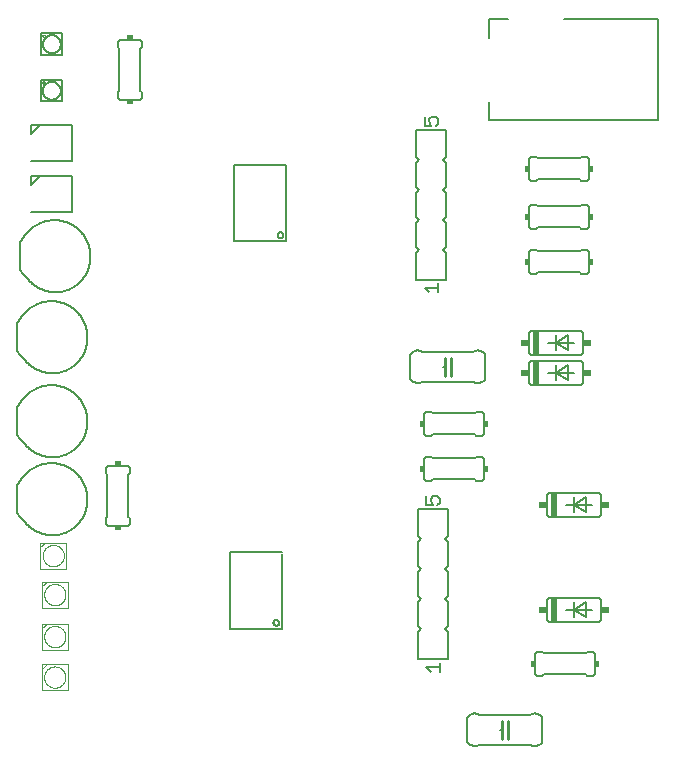
<source format=gto>
G75*
%MOIN*%
%OFA0B0*%
%FSLAX25Y25*%
%IPPOS*%
%LPD*%
%AMOC8*
5,1,8,0,0,1.08239X$1,22.5*
%
%ADD10C,0.00394*%
%ADD11C,0.00800*%
%ADD12C,0.00500*%
%ADD13C,0.00197*%
%ADD14C,0.00600*%
%ADD15C,0.01000*%
%ADD16R,0.01500X0.02000*%
%ADD17R,0.02000X0.01500*%
%ADD18R,0.02000X0.08000*%
%ADD19R,0.02500X0.02000*%
D10*
X0022669Y0030169D02*
X0022669Y0037256D01*
X0024244Y0038831D01*
X0031331Y0038831D01*
X0031331Y0030169D01*
X0022669Y0030169D01*
X0023457Y0034500D02*
X0023459Y0034618D01*
X0023465Y0034737D01*
X0023475Y0034855D01*
X0023489Y0034972D01*
X0023506Y0035089D01*
X0023528Y0035206D01*
X0023554Y0035321D01*
X0023583Y0035436D01*
X0023616Y0035550D01*
X0023653Y0035662D01*
X0023694Y0035773D01*
X0023738Y0035883D01*
X0023786Y0035991D01*
X0023838Y0036098D01*
X0023893Y0036203D01*
X0023952Y0036306D01*
X0024014Y0036406D01*
X0024079Y0036505D01*
X0024148Y0036602D01*
X0024219Y0036696D01*
X0024294Y0036787D01*
X0024372Y0036877D01*
X0024453Y0036963D01*
X0024537Y0037047D01*
X0024623Y0037128D01*
X0024713Y0037206D01*
X0024804Y0037281D01*
X0024898Y0037352D01*
X0024995Y0037421D01*
X0025094Y0037486D01*
X0025194Y0037548D01*
X0025297Y0037607D01*
X0025402Y0037662D01*
X0025509Y0037714D01*
X0025617Y0037762D01*
X0025727Y0037806D01*
X0025838Y0037847D01*
X0025950Y0037884D01*
X0026064Y0037917D01*
X0026179Y0037946D01*
X0026294Y0037972D01*
X0026411Y0037994D01*
X0026528Y0038011D01*
X0026645Y0038025D01*
X0026763Y0038035D01*
X0026882Y0038041D01*
X0027000Y0038043D01*
X0027118Y0038041D01*
X0027237Y0038035D01*
X0027355Y0038025D01*
X0027472Y0038011D01*
X0027589Y0037994D01*
X0027706Y0037972D01*
X0027821Y0037946D01*
X0027936Y0037917D01*
X0028050Y0037884D01*
X0028162Y0037847D01*
X0028273Y0037806D01*
X0028383Y0037762D01*
X0028491Y0037714D01*
X0028598Y0037662D01*
X0028703Y0037607D01*
X0028806Y0037548D01*
X0028906Y0037486D01*
X0029005Y0037421D01*
X0029102Y0037352D01*
X0029196Y0037281D01*
X0029287Y0037206D01*
X0029377Y0037128D01*
X0029463Y0037047D01*
X0029547Y0036963D01*
X0029628Y0036877D01*
X0029706Y0036787D01*
X0029781Y0036696D01*
X0029852Y0036602D01*
X0029921Y0036505D01*
X0029986Y0036406D01*
X0030048Y0036306D01*
X0030107Y0036203D01*
X0030162Y0036098D01*
X0030214Y0035991D01*
X0030262Y0035883D01*
X0030306Y0035773D01*
X0030347Y0035662D01*
X0030384Y0035550D01*
X0030417Y0035436D01*
X0030446Y0035321D01*
X0030472Y0035206D01*
X0030494Y0035089D01*
X0030511Y0034972D01*
X0030525Y0034855D01*
X0030535Y0034737D01*
X0030541Y0034618D01*
X0030543Y0034500D01*
X0030541Y0034382D01*
X0030535Y0034263D01*
X0030525Y0034145D01*
X0030511Y0034028D01*
X0030494Y0033911D01*
X0030472Y0033794D01*
X0030446Y0033679D01*
X0030417Y0033564D01*
X0030384Y0033450D01*
X0030347Y0033338D01*
X0030306Y0033227D01*
X0030262Y0033117D01*
X0030214Y0033009D01*
X0030162Y0032902D01*
X0030107Y0032797D01*
X0030048Y0032694D01*
X0029986Y0032594D01*
X0029921Y0032495D01*
X0029852Y0032398D01*
X0029781Y0032304D01*
X0029706Y0032213D01*
X0029628Y0032123D01*
X0029547Y0032037D01*
X0029463Y0031953D01*
X0029377Y0031872D01*
X0029287Y0031794D01*
X0029196Y0031719D01*
X0029102Y0031648D01*
X0029005Y0031579D01*
X0028906Y0031514D01*
X0028806Y0031452D01*
X0028703Y0031393D01*
X0028598Y0031338D01*
X0028491Y0031286D01*
X0028383Y0031238D01*
X0028273Y0031194D01*
X0028162Y0031153D01*
X0028050Y0031116D01*
X0027936Y0031083D01*
X0027821Y0031054D01*
X0027706Y0031028D01*
X0027589Y0031006D01*
X0027472Y0030989D01*
X0027355Y0030975D01*
X0027237Y0030965D01*
X0027118Y0030959D01*
X0027000Y0030957D01*
X0026882Y0030959D01*
X0026763Y0030965D01*
X0026645Y0030975D01*
X0026528Y0030989D01*
X0026411Y0031006D01*
X0026294Y0031028D01*
X0026179Y0031054D01*
X0026064Y0031083D01*
X0025950Y0031116D01*
X0025838Y0031153D01*
X0025727Y0031194D01*
X0025617Y0031238D01*
X0025509Y0031286D01*
X0025402Y0031338D01*
X0025297Y0031393D01*
X0025194Y0031452D01*
X0025094Y0031514D01*
X0024995Y0031579D01*
X0024898Y0031648D01*
X0024804Y0031719D01*
X0024713Y0031794D01*
X0024623Y0031872D01*
X0024537Y0031953D01*
X0024453Y0032037D01*
X0024372Y0032123D01*
X0024294Y0032213D01*
X0024219Y0032304D01*
X0024148Y0032398D01*
X0024079Y0032495D01*
X0024014Y0032594D01*
X0023952Y0032694D01*
X0023893Y0032797D01*
X0023838Y0032902D01*
X0023786Y0033009D01*
X0023738Y0033117D01*
X0023694Y0033227D01*
X0023653Y0033338D01*
X0023616Y0033450D01*
X0023583Y0033564D01*
X0023554Y0033679D01*
X0023528Y0033794D01*
X0023506Y0033911D01*
X0023489Y0034028D01*
X0023475Y0034145D01*
X0023465Y0034263D01*
X0023459Y0034382D01*
X0023457Y0034500D01*
X0022669Y0037256D02*
X0022669Y0038831D01*
X0024244Y0038831D01*
X0022669Y0043669D02*
X0022669Y0050756D01*
X0024244Y0052331D01*
X0031331Y0052331D01*
X0031331Y0043669D01*
X0022669Y0043669D01*
X0023457Y0048000D02*
X0023459Y0048118D01*
X0023465Y0048237D01*
X0023475Y0048355D01*
X0023489Y0048472D01*
X0023506Y0048589D01*
X0023528Y0048706D01*
X0023554Y0048821D01*
X0023583Y0048936D01*
X0023616Y0049050D01*
X0023653Y0049162D01*
X0023694Y0049273D01*
X0023738Y0049383D01*
X0023786Y0049491D01*
X0023838Y0049598D01*
X0023893Y0049703D01*
X0023952Y0049806D01*
X0024014Y0049906D01*
X0024079Y0050005D01*
X0024148Y0050102D01*
X0024219Y0050196D01*
X0024294Y0050287D01*
X0024372Y0050377D01*
X0024453Y0050463D01*
X0024537Y0050547D01*
X0024623Y0050628D01*
X0024713Y0050706D01*
X0024804Y0050781D01*
X0024898Y0050852D01*
X0024995Y0050921D01*
X0025094Y0050986D01*
X0025194Y0051048D01*
X0025297Y0051107D01*
X0025402Y0051162D01*
X0025509Y0051214D01*
X0025617Y0051262D01*
X0025727Y0051306D01*
X0025838Y0051347D01*
X0025950Y0051384D01*
X0026064Y0051417D01*
X0026179Y0051446D01*
X0026294Y0051472D01*
X0026411Y0051494D01*
X0026528Y0051511D01*
X0026645Y0051525D01*
X0026763Y0051535D01*
X0026882Y0051541D01*
X0027000Y0051543D01*
X0027118Y0051541D01*
X0027237Y0051535D01*
X0027355Y0051525D01*
X0027472Y0051511D01*
X0027589Y0051494D01*
X0027706Y0051472D01*
X0027821Y0051446D01*
X0027936Y0051417D01*
X0028050Y0051384D01*
X0028162Y0051347D01*
X0028273Y0051306D01*
X0028383Y0051262D01*
X0028491Y0051214D01*
X0028598Y0051162D01*
X0028703Y0051107D01*
X0028806Y0051048D01*
X0028906Y0050986D01*
X0029005Y0050921D01*
X0029102Y0050852D01*
X0029196Y0050781D01*
X0029287Y0050706D01*
X0029377Y0050628D01*
X0029463Y0050547D01*
X0029547Y0050463D01*
X0029628Y0050377D01*
X0029706Y0050287D01*
X0029781Y0050196D01*
X0029852Y0050102D01*
X0029921Y0050005D01*
X0029986Y0049906D01*
X0030048Y0049806D01*
X0030107Y0049703D01*
X0030162Y0049598D01*
X0030214Y0049491D01*
X0030262Y0049383D01*
X0030306Y0049273D01*
X0030347Y0049162D01*
X0030384Y0049050D01*
X0030417Y0048936D01*
X0030446Y0048821D01*
X0030472Y0048706D01*
X0030494Y0048589D01*
X0030511Y0048472D01*
X0030525Y0048355D01*
X0030535Y0048237D01*
X0030541Y0048118D01*
X0030543Y0048000D01*
X0030541Y0047882D01*
X0030535Y0047763D01*
X0030525Y0047645D01*
X0030511Y0047528D01*
X0030494Y0047411D01*
X0030472Y0047294D01*
X0030446Y0047179D01*
X0030417Y0047064D01*
X0030384Y0046950D01*
X0030347Y0046838D01*
X0030306Y0046727D01*
X0030262Y0046617D01*
X0030214Y0046509D01*
X0030162Y0046402D01*
X0030107Y0046297D01*
X0030048Y0046194D01*
X0029986Y0046094D01*
X0029921Y0045995D01*
X0029852Y0045898D01*
X0029781Y0045804D01*
X0029706Y0045713D01*
X0029628Y0045623D01*
X0029547Y0045537D01*
X0029463Y0045453D01*
X0029377Y0045372D01*
X0029287Y0045294D01*
X0029196Y0045219D01*
X0029102Y0045148D01*
X0029005Y0045079D01*
X0028906Y0045014D01*
X0028806Y0044952D01*
X0028703Y0044893D01*
X0028598Y0044838D01*
X0028491Y0044786D01*
X0028383Y0044738D01*
X0028273Y0044694D01*
X0028162Y0044653D01*
X0028050Y0044616D01*
X0027936Y0044583D01*
X0027821Y0044554D01*
X0027706Y0044528D01*
X0027589Y0044506D01*
X0027472Y0044489D01*
X0027355Y0044475D01*
X0027237Y0044465D01*
X0027118Y0044459D01*
X0027000Y0044457D01*
X0026882Y0044459D01*
X0026763Y0044465D01*
X0026645Y0044475D01*
X0026528Y0044489D01*
X0026411Y0044506D01*
X0026294Y0044528D01*
X0026179Y0044554D01*
X0026064Y0044583D01*
X0025950Y0044616D01*
X0025838Y0044653D01*
X0025727Y0044694D01*
X0025617Y0044738D01*
X0025509Y0044786D01*
X0025402Y0044838D01*
X0025297Y0044893D01*
X0025194Y0044952D01*
X0025094Y0045014D01*
X0024995Y0045079D01*
X0024898Y0045148D01*
X0024804Y0045219D01*
X0024713Y0045294D01*
X0024623Y0045372D01*
X0024537Y0045453D01*
X0024453Y0045537D01*
X0024372Y0045623D01*
X0024294Y0045713D01*
X0024219Y0045804D01*
X0024148Y0045898D01*
X0024079Y0045995D01*
X0024014Y0046094D01*
X0023952Y0046194D01*
X0023893Y0046297D01*
X0023838Y0046402D01*
X0023786Y0046509D01*
X0023738Y0046617D01*
X0023694Y0046727D01*
X0023653Y0046838D01*
X0023616Y0046950D01*
X0023583Y0047064D01*
X0023554Y0047179D01*
X0023528Y0047294D01*
X0023506Y0047411D01*
X0023489Y0047528D01*
X0023475Y0047645D01*
X0023465Y0047763D01*
X0023459Y0047882D01*
X0023457Y0048000D01*
X0022669Y0050756D02*
X0022669Y0052331D01*
X0024244Y0052331D01*
X0022669Y0057669D02*
X0022669Y0064756D01*
X0024244Y0066331D01*
X0031331Y0066331D01*
X0031331Y0057669D01*
X0022669Y0057669D01*
X0023457Y0062000D02*
X0023459Y0062118D01*
X0023465Y0062237D01*
X0023475Y0062355D01*
X0023489Y0062472D01*
X0023506Y0062589D01*
X0023528Y0062706D01*
X0023554Y0062821D01*
X0023583Y0062936D01*
X0023616Y0063050D01*
X0023653Y0063162D01*
X0023694Y0063273D01*
X0023738Y0063383D01*
X0023786Y0063491D01*
X0023838Y0063598D01*
X0023893Y0063703D01*
X0023952Y0063806D01*
X0024014Y0063906D01*
X0024079Y0064005D01*
X0024148Y0064102D01*
X0024219Y0064196D01*
X0024294Y0064287D01*
X0024372Y0064377D01*
X0024453Y0064463D01*
X0024537Y0064547D01*
X0024623Y0064628D01*
X0024713Y0064706D01*
X0024804Y0064781D01*
X0024898Y0064852D01*
X0024995Y0064921D01*
X0025094Y0064986D01*
X0025194Y0065048D01*
X0025297Y0065107D01*
X0025402Y0065162D01*
X0025509Y0065214D01*
X0025617Y0065262D01*
X0025727Y0065306D01*
X0025838Y0065347D01*
X0025950Y0065384D01*
X0026064Y0065417D01*
X0026179Y0065446D01*
X0026294Y0065472D01*
X0026411Y0065494D01*
X0026528Y0065511D01*
X0026645Y0065525D01*
X0026763Y0065535D01*
X0026882Y0065541D01*
X0027000Y0065543D01*
X0027118Y0065541D01*
X0027237Y0065535D01*
X0027355Y0065525D01*
X0027472Y0065511D01*
X0027589Y0065494D01*
X0027706Y0065472D01*
X0027821Y0065446D01*
X0027936Y0065417D01*
X0028050Y0065384D01*
X0028162Y0065347D01*
X0028273Y0065306D01*
X0028383Y0065262D01*
X0028491Y0065214D01*
X0028598Y0065162D01*
X0028703Y0065107D01*
X0028806Y0065048D01*
X0028906Y0064986D01*
X0029005Y0064921D01*
X0029102Y0064852D01*
X0029196Y0064781D01*
X0029287Y0064706D01*
X0029377Y0064628D01*
X0029463Y0064547D01*
X0029547Y0064463D01*
X0029628Y0064377D01*
X0029706Y0064287D01*
X0029781Y0064196D01*
X0029852Y0064102D01*
X0029921Y0064005D01*
X0029986Y0063906D01*
X0030048Y0063806D01*
X0030107Y0063703D01*
X0030162Y0063598D01*
X0030214Y0063491D01*
X0030262Y0063383D01*
X0030306Y0063273D01*
X0030347Y0063162D01*
X0030384Y0063050D01*
X0030417Y0062936D01*
X0030446Y0062821D01*
X0030472Y0062706D01*
X0030494Y0062589D01*
X0030511Y0062472D01*
X0030525Y0062355D01*
X0030535Y0062237D01*
X0030541Y0062118D01*
X0030543Y0062000D01*
X0030541Y0061882D01*
X0030535Y0061763D01*
X0030525Y0061645D01*
X0030511Y0061528D01*
X0030494Y0061411D01*
X0030472Y0061294D01*
X0030446Y0061179D01*
X0030417Y0061064D01*
X0030384Y0060950D01*
X0030347Y0060838D01*
X0030306Y0060727D01*
X0030262Y0060617D01*
X0030214Y0060509D01*
X0030162Y0060402D01*
X0030107Y0060297D01*
X0030048Y0060194D01*
X0029986Y0060094D01*
X0029921Y0059995D01*
X0029852Y0059898D01*
X0029781Y0059804D01*
X0029706Y0059713D01*
X0029628Y0059623D01*
X0029547Y0059537D01*
X0029463Y0059453D01*
X0029377Y0059372D01*
X0029287Y0059294D01*
X0029196Y0059219D01*
X0029102Y0059148D01*
X0029005Y0059079D01*
X0028906Y0059014D01*
X0028806Y0058952D01*
X0028703Y0058893D01*
X0028598Y0058838D01*
X0028491Y0058786D01*
X0028383Y0058738D01*
X0028273Y0058694D01*
X0028162Y0058653D01*
X0028050Y0058616D01*
X0027936Y0058583D01*
X0027821Y0058554D01*
X0027706Y0058528D01*
X0027589Y0058506D01*
X0027472Y0058489D01*
X0027355Y0058475D01*
X0027237Y0058465D01*
X0027118Y0058459D01*
X0027000Y0058457D01*
X0026882Y0058459D01*
X0026763Y0058465D01*
X0026645Y0058475D01*
X0026528Y0058489D01*
X0026411Y0058506D01*
X0026294Y0058528D01*
X0026179Y0058554D01*
X0026064Y0058583D01*
X0025950Y0058616D01*
X0025838Y0058653D01*
X0025727Y0058694D01*
X0025617Y0058738D01*
X0025509Y0058786D01*
X0025402Y0058838D01*
X0025297Y0058893D01*
X0025194Y0058952D01*
X0025094Y0059014D01*
X0024995Y0059079D01*
X0024898Y0059148D01*
X0024804Y0059219D01*
X0024713Y0059294D01*
X0024623Y0059372D01*
X0024537Y0059453D01*
X0024453Y0059537D01*
X0024372Y0059623D01*
X0024294Y0059713D01*
X0024219Y0059804D01*
X0024148Y0059898D01*
X0024079Y0059995D01*
X0024014Y0060094D01*
X0023952Y0060194D01*
X0023893Y0060297D01*
X0023838Y0060402D01*
X0023786Y0060509D01*
X0023738Y0060617D01*
X0023694Y0060727D01*
X0023653Y0060838D01*
X0023616Y0060950D01*
X0023583Y0061064D01*
X0023554Y0061179D01*
X0023528Y0061294D01*
X0023506Y0061411D01*
X0023489Y0061528D01*
X0023475Y0061645D01*
X0023465Y0061763D01*
X0023459Y0061882D01*
X0023457Y0062000D01*
X0022669Y0064756D02*
X0022669Y0066331D01*
X0024244Y0066331D01*
X0022169Y0070669D02*
X0022169Y0077756D01*
X0023744Y0079331D01*
X0030831Y0079331D01*
X0030831Y0070669D01*
X0022169Y0070669D01*
X0022957Y0075000D02*
X0022959Y0075118D01*
X0022965Y0075237D01*
X0022975Y0075355D01*
X0022989Y0075472D01*
X0023006Y0075589D01*
X0023028Y0075706D01*
X0023054Y0075821D01*
X0023083Y0075936D01*
X0023116Y0076050D01*
X0023153Y0076162D01*
X0023194Y0076273D01*
X0023238Y0076383D01*
X0023286Y0076491D01*
X0023338Y0076598D01*
X0023393Y0076703D01*
X0023452Y0076806D01*
X0023514Y0076906D01*
X0023579Y0077005D01*
X0023648Y0077102D01*
X0023719Y0077196D01*
X0023794Y0077287D01*
X0023872Y0077377D01*
X0023953Y0077463D01*
X0024037Y0077547D01*
X0024123Y0077628D01*
X0024213Y0077706D01*
X0024304Y0077781D01*
X0024398Y0077852D01*
X0024495Y0077921D01*
X0024594Y0077986D01*
X0024694Y0078048D01*
X0024797Y0078107D01*
X0024902Y0078162D01*
X0025009Y0078214D01*
X0025117Y0078262D01*
X0025227Y0078306D01*
X0025338Y0078347D01*
X0025450Y0078384D01*
X0025564Y0078417D01*
X0025679Y0078446D01*
X0025794Y0078472D01*
X0025911Y0078494D01*
X0026028Y0078511D01*
X0026145Y0078525D01*
X0026263Y0078535D01*
X0026382Y0078541D01*
X0026500Y0078543D01*
X0026618Y0078541D01*
X0026737Y0078535D01*
X0026855Y0078525D01*
X0026972Y0078511D01*
X0027089Y0078494D01*
X0027206Y0078472D01*
X0027321Y0078446D01*
X0027436Y0078417D01*
X0027550Y0078384D01*
X0027662Y0078347D01*
X0027773Y0078306D01*
X0027883Y0078262D01*
X0027991Y0078214D01*
X0028098Y0078162D01*
X0028203Y0078107D01*
X0028306Y0078048D01*
X0028406Y0077986D01*
X0028505Y0077921D01*
X0028602Y0077852D01*
X0028696Y0077781D01*
X0028787Y0077706D01*
X0028877Y0077628D01*
X0028963Y0077547D01*
X0029047Y0077463D01*
X0029128Y0077377D01*
X0029206Y0077287D01*
X0029281Y0077196D01*
X0029352Y0077102D01*
X0029421Y0077005D01*
X0029486Y0076906D01*
X0029548Y0076806D01*
X0029607Y0076703D01*
X0029662Y0076598D01*
X0029714Y0076491D01*
X0029762Y0076383D01*
X0029806Y0076273D01*
X0029847Y0076162D01*
X0029884Y0076050D01*
X0029917Y0075936D01*
X0029946Y0075821D01*
X0029972Y0075706D01*
X0029994Y0075589D01*
X0030011Y0075472D01*
X0030025Y0075355D01*
X0030035Y0075237D01*
X0030041Y0075118D01*
X0030043Y0075000D01*
X0030041Y0074882D01*
X0030035Y0074763D01*
X0030025Y0074645D01*
X0030011Y0074528D01*
X0029994Y0074411D01*
X0029972Y0074294D01*
X0029946Y0074179D01*
X0029917Y0074064D01*
X0029884Y0073950D01*
X0029847Y0073838D01*
X0029806Y0073727D01*
X0029762Y0073617D01*
X0029714Y0073509D01*
X0029662Y0073402D01*
X0029607Y0073297D01*
X0029548Y0073194D01*
X0029486Y0073094D01*
X0029421Y0072995D01*
X0029352Y0072898D01*
X0029281Y0072804D01*
X0029206Y0072713D01*
X0029128Y0072623D01*
X0029047Y0072537D01*
X0028963Y0072453D01*
X0028877Y0072372D01*
X0028787Y0072294D01*
X0028696Y0072219D01*
X0028602Y0072148D01*
X0028505Y0072079D01*
X0028406Y0072014D01*
X0028306Y0071952D01*
X0028203Y0071893D01*
X0028098Y0071838D01*
X0027991Y0071786D01*
X0027883Y0071738D01*
X0027773Y0071694D01*
X0027662Y0071653D01*
X0027550Y0071616D01*
X0027436Y0071583D01*
X0027321Y0071554D01*
X0027206Y0071528D01*
X0027089Y0071506D01*
X0026972Y0071489D01*
X0026855Y0071475D01*
X0026737Y0071465D01*
X0026618Y0071459D01*
X0026500Y0071457D01*
X0026382Y0071459D01*
X0026263Y0071465D01*
X0026145Y0071475D01*
X0026028Y0071489D01*
X0025911Y0071506D01*
X0025794Y0071528D01*
X0025679Y0071554D01*
X0025564Y0071583D01*
X0025450Y0071616D01*
X0025338Y0071653D01*
X0025227Y0071694D01*
X0025117Y0071738D01*
X0025009Y0071786D01*
X0024902Y0071838D01*
X0024797Y0071893D01*
X0024694Y0071952D01*
X0024594Y0072014D01*
X0024495Y0072079D01*
X0024398Y0072148D01*
X0024304Y0072219D01*
X0024213Y0072294D01*
X0024123Y0072372D01*
X0024037Y0072453D01*
X0023953Y0072537D01*
X0023872Y0072623D01*
X0023794Y0072713D01*
X0023719Y0072804D01*
X0023648Y0072898D01*
X0023579Y0072995D01*
X0023514Y0073094D01*
X0023452Y0073194D01*
X0023393Y0073297D01*
X0023338Y0073402D01*
X0023286Y0073509D01*
X0023238Y0073617D01*
X0023194Y0073727D01*
X0023153Y0073838D01*
X0023116Y0073950D01*
X0023083Y0074064D01*
X0023054Y0074179D01*
X0023028Y0074294D01*
X0023006Y0074411D01*
X0022989Y0074528D01*
X0022975Y0074645D01*
X0022965Y0074763D01*
X0022959Y0074882D01*
X0022957Y0075000D01*
X0022169Y0077756D02*
X0022169Y0079331D01*
X0023744Y0079331D01*
D11*
X0171646Y0220071D02*
X0171646Y0226370D01*
X0171646Y0220071D02*
X0227945Y0220071D01*
X0227945Y0253929D01*
X0196646Y0253929D01*
X0177945Y0253929D02*
X0171646Y0253929D01*
X0171646Y0247630D01*
D12*
X0153999Y0221253D02*
X0152498Y0221253D01*
X0151747Y0220502D01*
X0151747Y0219751D01*
X0152498Y0218250D01*
X0150246Y0218250D01*
X0150246Y0221253D01*
X0153999Y0221253D02*
X0154750Y0220502D01*
X0154750Y0219001D01*
X0153999Y0218250D01*
X0154750Y0165753D02*
X0154750Y0162750D01*
X0154750Y0164251D02*
X0150246Y0164251D01*
X0151747Y0162750D01*
X0104205Y0179736D02*
X0104205Y0204933D01*
X0104205Y0205327D02*
X0087079Y0205327D01*
X0086882Y0205327D01*
X0086685Y0205327D01*
X0086685Y0179736D01*
X0104205Y0179736D01*
X0101252Y0181902D02*
X0101254Y0181964D01*
X0101260Y0182027D01*
X0101270Y0182088D01*
X0101284Y0182149D01*
X0101301Y0182209D01*
X0101322Y0182268D01*
X0101348Y0182325D01*
X0101376Y0182380D01*
X0101408Y0182434D01*
X0101444Y0182485D01*
X0101482Y0182535D01*
X0101524Y0182581D01*
X0101568Y0182625D01*
X0101616Y0182666D01*
X0101665Y0182704D01*
X0101717Y0182738D01*
X0101771Y0182769D01*
X0101827Y0182797D01*
X0101885Y0182821D01*
X0101944Y0182842D01*
X0102004Y0182858D01*
X0102065Y0182871D01*
X0102127Y0182880D01*
X0102189Y0182885D01*
X0102252Y0182886D01*
X0102314Y0182883D01*
X0102376Y0182876D01*
X0102438Y0182865D01*
X0102498Y0182850D01*
X0102558Y0182832D01*
X0102616Y0182810D01*
X0102673Y0182784D01*
X0102728Y0182754D01*
X0102781Y0182721D01*
X0102832Y0182685D01*
X0102880Y0182646D01*
X0102926Y0182603D01*
X0102969Y0182558D01*
X0103009Y0182510D01*
X0103046Y0182460D01*
X0103080Y0182407D01*
X0103111Y0182353D01*
X0103137Y0182297D01*
X0103161Y0182239D01*
X0103180Y0182179D01*
X0103196Y0182119D01*
X0103208Y0182057D01*
X0103216Y0181996D01*
X0103220Y0181933D01*
X0103220Y0181871D01*
X0103216Y0181808D01*
X0103208Y0181747D01*
X0103196Y0181685D01*
X0103180Y0181625D01*
X0103161Y0181565D01*
X0103137Y0181507D01*
X0103111Y0181451D01*
X0103080Y0181397D01*
X0103046Y0181344D01*
X0103009Y0181294D01*
X0102969Y0181246D01*
X0102926Y0181201D01*
X0102880Y0181158D01*
X0102832Y0181119D01*
X0102781Y0181083D01*
X0102728Y0181050D01*
X0102673Y0181020D01*
X0102616Y0180994D01*
X0102558Y0180972D01*
X0102498Y0180954D01*
X0102438Y0180939D01*
X0102376Y0180928D01*
X0102314Y0180921D01*
X0102252Y0180918D01*
X0102189Y0180919D01*
X0102127Y0180924D01*
X0102065Y0180933D01*
X0102004Y0180946D01*
X0101944Y0180962D01*
X0101885Y0180983D01*
X0101827Y0181007D01*
X0101771Y0181035D01*
X0101717Y0181066D01*
X0101665Y0181100D01*
X0101616Y0181138D01*
X0101568Y0181179D01*
X0101524Y0181223D01*
X0101482Y0181269D01*
X0101444Y0181319D01*
X0101408Y0181370D01*
X0101376Y0181424D01*
X0101348Y0181479D01*
X0101322Y0181536D01*
X0101301Y0181595D01*
X0101284Y0181655D01*
X0101270Y0181716D01*
X0101260Y0181777D01*
X0101254Y0181840D01*
X0101252Y0181902D01*
X0018125Y0167095D02*
X0017629Y0167596D01*
X0017146Y0168110D01*
X0016674Y0168635D01*
X0016216Y0169171D01*
X0015770Y0169718D01*
X0015338Y0170276D01*
X0015339Y0170276D02*
X0015339Y0179331D01*
X0019110Y0189594D02*
X0032890Y0189594D01*
X0032890Y0201406D01*
X0022063Y0201406D01*
X0019110Y0198453D01*
X0019110Y0201406D01*
X0022063Y0201406D01*
X0019110Y0206594D02*
X0032890Y0206594D01*
X0032890Y0218406D01*
X0022063Y0218406D01*
X0019110Y0215453D01*
X0019110Y0218406D01*
X0022063Y0218406D01*
X0022457Y0226457D02*
X0022457Y0233543D01*
X0029543Y0233543D01*
X0029543Y0226457D01*
X0022457Y0226457D01*
X0023002Y0230000D02*
X0023004Y0230109D01*
X0023010Y0230218D01*
X0023020Y0230326D01*
X0023034Y0230434D01*
X0023051Y0230541D01*
X0023073Y0230648D01*
X0023098Y0230754D01*
X0023128Y0230859D01*
X0023161Y0230963D01*
X0023198Y0231065D01*
X0023238Y0231166D01*
X0023282Y0231266D01*
X0023330Y0231363D01*
X0023381Y0231460D01*
X0023436Y0231554D01*
X0023494Y0231646D01*
X0023556Y0231736D01*
X0023620Y0231823D01*
X0023688Y0231908D01*
X0023759Y0231991D01*
X0023833Y0232071D01*
X0023909Y0232149D01*
X0023989Y0232223D01*
X0024071Y0232295D01*
X0024155Y0232363D01*
X0024242Y0232429D01*
X0024332Y0232491D01*
X0024423Y0232550D01*
X0024517Y0232605D01*
X0024612Y0232658D01*
X0024710Y0232706D01*
X0024809Y0232751D01*
X0024910Y0232793D01*
X0025012Y0232830D01*
X0025115Y0232864D01*
X0025220Y0232895D01*
X0025325Y0232921D01*
X0025432Y0232944D01*
X0025539Y0232962D01*
X0025647Y0232977D01*
X0025755Y0232988D01*
X0025864Y0232995D01*
X0025973Y0232998D01*
X0026082Y0232997D01*
X0026190Y0232992D01*
X0026299Y0232983D01*
X0026407Y0232970D01*
X0026515Y0232953D01*
X0026622Y0232933D01*
X0026728Y0232908D01*
X0026833Y0232880D01*
X0026937Y0232848D01*
X0027040Y0232812D01*
X0027141Y0232772D01*
X0027241Y0232729D01*
X0027339Y0232682D01*
X0027436Y0232632D01*
X0027530Y0232578D01*
X0027623Y0232521D01*
X0027713Y0232460D01*
X0027802Y0232396D01*
X0027887Y0232329D01*
X0027971Y0232259D01*
X0028051Y0232186D01*
X0028130Y0232110D01*
X0028205Y0232032D01*
X0028277Y0231950D01*
X0028346Y0231866D01*
X0028413Y0231780D01*
X0028476Y0231691D01*
X0028535Y0231600D01*
X0028592Y0231507D01*
X0028645Y0231412D01*
X0028694Y0231315D01*
X0028740Y0231216D01*
X0028783Y0231116D01*
X0028821Y0231014D01*
X0028856Y0230911D01*
X0028887Y0230807D01*
X0028915Y0230701D01*
X0028938Y0230595D01*
X0028958Y0230488D01*
X0028974Y0230380D01*
X0028986Y0230272D01*
X0028994Y0230163D01*
X0028998Y0230054D01*
X0028998Y0229946D01*
X0028994Y0229837D01*
X0028986Y0229728D01*
X0028974Y0229620D01*
X0028958Y0229512D01*
X0028938Y0229405D01*
X0028915Y0229299D01*
X0028887Y0229193D01*
X0028856Y0229089D01*
X0028821Y0228986D01*
X0028783Y0228884D01*
X0028740Y0228784D01*
X0028694Y0228685D01*
X0028645Y0228588D01*
X0028592Y0228493D01*
X0028535Y0228400D01*
X0028476Y0228309D01*
X0028413Y0228220D01*
X0028346Y0228134D01*
X0028277Y0228050D01*
X0028205Y0227968D01*
X0028130Y0227890D01*
X0028051Y0227814D01*
X0027971Y0227741D01*
X0027887Y0227671D01*
X0027802Y0227604D01*
X0027713Y0227540D01*
X0027623Y0227479D01*
X0027530Y0227422D01*
X0027436Y0227368D01*
X0027339Y0227318D01*
X0027241Y0227271D01*
X0027141Y0227228D01*
X0027040Y0227188D01*
X0026937Y0227152D01*
X0026833Y0227120D01*
X0026728Y0227092D01*
X0026622Y0227067D01*
X0026515Y0227047D01*
X0026407Y0227030D01*
X0026299Y0227017D01*
X0026190Y0227008D01*
X0026082Y0227003D01*
X0025973Y0227002D01*
X0025864Y0227005D01*
X0025755Y0227012D01*
X0025647Y0227023D01*
X0025539Y0227038D01*
X0025432Y0227056D01*
X0025325Y0227079D01*
X0025220Y0227105D01*
X0025115Y0227136D01*
X0025012Y0227170D01*
X0024910Y0227207D01*
X0024809Y0227249D01*
X0024710Y0227294D01*
X0024612Y0227342D01*
X0024517Y0227395D01*
X0024423Y0227450D01*
X0024332Y0227509D01*
X0024242Y0227571D01*
X0024155Y0227637D01*
X0024071Y0227705D01*
X0023989Y0227777D01*
X0023909Y0227851D01*
X0023833Y0227929D01*
X0023759Y0228009D01*
X0023688Y0228092D01*
X0023620Y0228177D01*
X0023556Y0228264D01*
X0023494Y0228354D01*
X0023436Y0228446D01*
X0023381Y0228540D01*
X0023330Y0228637D01*
X0023282Y0228734D01*
X0023238Y0228834D01*
X0023198Y0228935D01*
X0023161Y0229037D01*
X0023128Y0229141D01*
X0023098Y0229246D01*
X0023073Y0229352D01*
X0023051Y0229459D01*
X0023034Y0229566D01*
X0023020Y0229674D01*
X0023010Y0229782D01*
X0023004Y0229891D01*
X0023002Y0230000D01*
X0022457Y0241957D02*
X0022457Y0249043D01*
X0029543Y0249043D01*
X0029543Y0241957D01*
X0022457Y0241957D01*
X0023002Y0245500D02*
X0023004Y0245609D01*
X0023010Y0245718D01*
X0023020Y0245826D01*
X0023034Y0245934D01*
X0023051Y0246041D01*
X0023073Y0246148D01*
X0023098Y0246254D01*
X0023128Y0246359D01*
X0023161Y0246463D01*
X0023198Y0246565D01*
X0023238Y0246666D01*
X0023282Y0246766D01*
X0023330Y0246863D01*
X0023381Y0246960D01*
X0023436Y0247054D01*
X0023494Y0247146D01*
X0023556Y0247236D01*
X0023620Y0247323D01*
X0023688Y0247408D01*
X0023759Y0247491D01*
X0023833Y0247571D01*
X0023909Y0247649D01*
X0023989Y0247723D01*
X0024071Y0247795D01*
X0024155Y0247863D01*
X0024242Y0247929D01*
X0024332Y0247991D01*
X0024423Y0248050D01*
X0024517Y0248105D01*
X0024612Y0248158D01*
X0024710Y0248206D01*
X0024809Y0248251D01*
X0024910Y0248293D01*
X0025012Y0248330D01*
X0025115Y0248364D01*
X0025220Y0248395D01*
X0025325Y0248421D01*
X0025432Y0248444D01*
X0025539Y0248462D01*
X0025647Y0248477D01*
X0025755Y0248488D01*
X0025864Y0248495D01*
X0025973Y0248498D01*
X0026082Y0248497D01*
X0026190Y0248492D01*
X0026299Y0248483D01*
X0026407Y0248470D01*
X0026515Y0248453D01*
X0026622Y0248433D01*
X0026728Y0248408D01*
X0026833Y0248380D01*
X0026937Y0248348D01*
X0027040Y0248312D01*
X0027141Y0248272D01*
X0027241Y0248229D01*
X0027339Y0248182D01*
X0027436Y0248132D01*
X0027530Y0248078D01*
X0027623Y0248021D01*
X0027713Y0247960D01*
X0027802Y0247896D01*
X0027887Y0247829D01*
X0027971Y0247759D01*
X0028051Y0247686D01*
X0028130Y0247610D01*
X0028205Y0247532D01*
X0028277Y0247450D01*
X0028346Y0247366D01*
X0028413Y0247280D01*
X0028476Y0247191D01*
X0028535Y0247100D01*
X0028592Y0247007D01*
X0028645Y0246912D01*
X0028694Y0246815D01*
X0028740Y0246716D01*
X0028783Y0246616D01*
X0028821Y0246514D01*
X0028856Y0246411D01*
X0028887Y0246307D01*
X0028915Y0246201D01*
X0028938Y0246095D01*
X0028958Y0245988D01*
X0028974Y0245880D01*
X0028986Y0245772D01*
X0028994Y0245663D01*
X0028998Y0245554D01*
X0028998Y0245446D01*
X0028994Y0245337D01*
X0028986Y0245228D01*
X0028974Y0245120D01*
X0028958Y0245012D01*
X0028938Y0244905D01*
X0028915Y0244799D01*
X0028887Y0244693D01*
X0028856Y0244589D01*
X0028821Y0244486D01*
X0028783Y0244384D01*
X0028740Y0244284D01*
X0028694Y0244185D01*
X0028645Y0244088D01*
X0028592Y0243993D01*
X0028535Y0243900D01*
X0028476Y0243809D01*
X0028413Y0243720D01*
X0028346Y0243634D01*
X0028277Y0243550D01*
X0028205Y0243468D01*
X0028130Y0243390D01*
X0028051Y0243314D01*
X0027971Y0243241D01*
X0027887Y0243171D01*
X0027802Y0243104D01*
X0027713Y0243040D01*
X0027623Y0242979D01*
X0027530Y0242922D01*
X0027436Y0242868D01*
X0027339Y0242818D01*
X0027241Y0242771D01*
X0027141Y0242728D01*
X0027040Y0242688D01*
X0026937Y0242652D01*
X0026833Y0242620D01*
X0026728Y0242592D01*
X0026622Y0242567D01*
X0026515Y0242547D01*
X0026407Y0242530D01*
X0026299Y0242517D01*
X0026190Y0242508D01*
X0026082Y0242503D01*
X0025973Y0242502D01*
X0025864Y0242505D01*
X0025755Y0242512D01*
X0025647Y0242523D01*
X0025539Y0242538D01*
X0025432Y0242556D01*
X0025325Y0242579D01*
X0025220Y0242605D01*
X0025115Y0242636D01*
X0025012Y0242670D01*
X0024910Y0242707D01*
X0024809Y0242749D01*
X0024710Y0242794D01*
X0024612Y0242842D01*
X0024517Y0242895D01*
X0024423Y0242950D01*
X0024332Y0243009D01*
X0024242Y0243071D01*
X0024155Y0243137D01*
X0024071Y0243205D01*
X0023989Y0243277D01*
X0023909Y0243351D01*
X0023833Y0243429D01*
X0023759Y0243509D01*
X0023688Y0243592D01*
X0023620Y0243677D01*
X0023556Y0243764D01*
X0023494Y0243854D01*
X0023436Y0243946D01*
X0023381Y0244040D01*
X0023330Y0244137D01*
X0023282Y0244234D01*
X0023238Y0244334D01*
X0023198Y0244435D01*
X0023161Y0244537D01*
X0023128Y0244641D01*
X0023098Y0244746D01*
X0023073Y0244852D01*
X0023051Y0244959D01*
X0023034Y0245066D01*
X0023020Y0245174D01*
X0023010Y0245282D01*
X0023004Y0245391D01*
X0023002Y0245500D01*
X0017126Y0181905D02*
X0017302Y0182141D01*
X0017484Y0182372D01*
X0017671Y0182598D01*
X0017864Y0182820D01*
X0018062Y0183038D01*
X0018266Y0183250D01*
X0018475Y0183457D01*
X0018688Y0183659D01*
X0018907Y0183856D01*
X0019130Y0184048D01*
X0019358Y0184233D01*
X0019591Y0184414D01*
X0019828Y0184588D01*
X0020069Y0184757D01*
X0020314Y0184919D01*
X0020563Y0185076D01*
X0020815Y0185227D01*
X0021072Y0185371D01*
X0021331Y0185509D01*
X0021594Y0185640D01*
X0021861Y0185765D01*
X0022130Y0185884D01*
X0022402Y0185996D01*
X0022677Y0186101D01*
X0022954Y0186199D01*
X0023233Y0186291D01*
X0023515Y0186376D01*
X0023799Y0186453D01*
X0024084Y0186524D01*
X0024371Y0186588D01*
X0024660Y0186645D01*
X0024950Y0186694D01*
X0025241Y0186737D01*
X0025533Y0186772D01*
X0025826Y0186801D01*
X0026119Y0186822D01*
X0026413Y0186836D01*
X0026707Y0186842D01*
X0027001Y0186842D01*
X0027295Y0186834D01*
X0027589Y0186819D01*
X0027882Y0186797D01*
X0028175Y0186768D01*
X0028467Y0186731D01*
X0028757Y0186688D01*
X0029047Y0186637D01*
X0029336Y0186579D01*
X0029622Y0186515D01*
X0029908Y0186443D01*
X0030191Y0186364D01*
X0030472Y0186278D01*
X0030752Y0186186D01*
X0031028Y0186086D01*
X0031303Y0185980D01*
X0031574Y0185867D01*
X0031843Y0185748D01*
X0032109Y0185622D01*
X0032372Y0185490D01*
X0032631Y0185351D01*
X0032887Y0185206D01*
X0033139Y0185054D01*
X0033387Y0184897D01*
X0033632Y0184733D01*
X0033872Y0184564D01*
X0034108Y0184389D01*
X0034340Y0184207D01*
X0034568Y0184021D01*
X0034790Y0183829D01*
X0035008Y0183631D01*
X0035221Y0183428D01*
X0035429Y0183220D01*
X0035632Y0183007D01*
X0035829Y0182789D01*
X0036022Y0182567D01*
X0036208Y0182339D01*
X0036389Y0182107D01*
X0036565Y0181871D01*
X0036734Y0181631D01*
X0036897Y0181386D01*
X0037055Y0181138D01*
X0037206Y0180886D01*
X0037351Y0180630D01*
X0037490Y0180371D01*
X0037623Y0180108D01*
X0037749Y0179842D01*
X0037868Y0179573D01*
X0037981Y0179302D01*
X0038087Y0179027D01*
X0038186Y0178750D01*
X0038279Y0178471D01*
X0038364Y0178190D01*
X0038443Y0177906D01*
X0038515Y0177621D01*
X0038580Y0177334D01*
X0038637Y0177046D01*
X0038688Y0176756D01*
X0038732Y0176465D01*
X0038768Y0176173D01*
X0038797Y0175881D01*
X0038819Y0175587D01*
X0038834Y0175294D01*
X0038842Y0175000D01*
X0017126Y0181906D02*
X0016878Y0181602D01*
X0016636Y0181293D01*
X0016402Y0180978D01*
X0016175Y0180659D01*
X0015954Y0180334D01*
X0015742Y0180004D01*
X0015536Y0179670D01*
X0015339Y0179331D01*
X0018126Y0167094D02*
X0018310Y0166875D01*
X0018499Y0166660D01*
X0018694Y0166451D01*
X0018894Y0166245D01*
X0019098Y0166045D01*
X0019308Y0165850D01*
X0019522Y0165660D01*
X0019741Y0165476D01*
X0019964Y0165297D01*
X0020191Y0165123D01*
X0020423Y0164955D01*
X0020659Y0164793D01*
X0020899Y0164636D01*
X0021142Y0164486D01*
X0021389Y0164341D01*
X0021640Y0164203D01*
X0021893Y0164070D01*
X0022150Y0163944D01*
X0022410Y0163825D01*
X0022673Y0163711D01*
X0022939Y0163605D01*
X0023207Y0163504D01*
X0023477Y0163411D01*
X0023750Y0163324D01*
X0024025Y0163243D01*
X0024301Y0163170D01*
X0024580Y0163103D01*
X0024860Y0163043D01*
X0025141Y0162990D01*
X0025423Y0162944D01*
X0025707Y0162905D01*
X0025991Y0162872D01*
X0026276Y0162847D01*
X0026562Y0162829D01*
X0026848Y0162817D01*
X0027134Y0162813D01*
X0027420Y0162816D01*
X0027706Y0162825D01*
X0027992Y0162842D01*
X0028277Y0162866D01*
X0028562Y0162897D01*
X0028846Y0162934D01*
X0029128Y0162979D01*
X0029410Y0163030D01*
X0029690Y0163089D01*
X0029969Y0163154D01*
X0030246Y0163226D01*
X0030521Y0163305D01*
X0030794Y0163390D01*
X0031065Y0163482D01*
X0031334Y0163581D01*
X0031600Y0163686D01*
X0031863Y0163798D01*
X0032124Y0163916D01*
X0032382Y0164041D01*
X0032636Y0164172D01*
X0032888Y0164309D01*
X0033135Y0164452D01*
X0033380Y0164601D01*
X0033620Y0164756D01*
X0033857Y0164917D01*
X0034090Y0165084D01*
X0034318Y0165256D01*
X0034542Y0165434D01*
X0034762Y0165617D01*
X0034977Y0165806D01*
X0035188Y0166000D01*
X0035394Y0166199D01*
X0035594Y0166403D01*
X0035790Y0166612D01*
X0035981Y0166825D01*
X0036166Y0167043D01*
X0036346Y0167266D01*
X0036520Y0167493D01*
X0036689Y0167724D01*
X0036852Y0167959D01*
X0037010Y0168198D01*
X0037161Y0168441D01*
X0037306Y0168688D01*
X0037446Y0168938D01*
X0037579Y0169191D01*
X0037706Y0169448D01*
X0037826Y0169707D01*
X0037940Y0169970D01*
X0038048Y0170235D01*
X0038149Y0170503D01*
X0038244Y0170773D01*
X0038332Y0171045D01*
X0038413Y0171320D01*
X0038488Y0171596D01*
X0038555Y0171874D01*
X0038616Y0172154D01*
X0038670Y0172435D01*
X0038717Y0172717D01*
X0038757Y0173001D01*
X0038791Y0173285D01*
X0038817Y0173570D01*
X0038836Y0173856D01*
X0038849Y0174142D01*
X0038854Y0174428D01*
X0038852Y0174714D01*
X0038843Y0175000D01*
X0014338Y0143276D02*
X0014770Y0142718D01*
X0015216Y0142171D01*
X0015674Y0141635D01*
X0016146Y0141110D01*
X0016629Y0140596D01*
X0017125Y0140095D01*
X0014339Y0143276D02*
X0014339Y0152331D01*
X0016126Y0154905D02*
X0016302Y0155141D01*
X0016484Y0155372D01*
X0016671Y0155598D01*
X0016864Y0155820D01*
X0017062Y0156038D01*
X0017266Y0156250D01*
X0017475Y0156457D01*
X0017688Y0156659D01*
X0017907Y0156856D01*
X0018130Y0157048D01*
X0018358Y0157233D01*
X0018591Y0157414D01*
X0018828Y0157588D01*
X0019069Y0157757D01*
X0019314Y0157919D01*
X0019563Y0158076D01*
X0019815Y0158227D01*
X0020072Y0158371D01*
X0020331Y0158509D01*
X0020594Y0158640D01*
X0020861Y0158765D01*
X0021130Y0158884D01*
X0021402Y0158996D01*
X0021677Y0159101D01*
X0021954Y0159199D01*
X0022233Y0159291D01*
X0022515Y0159376D01*
X0022799Y0159453D01*
X0023084Y0159524D01*
X0023371Y0159588D01*
X0023660Y0159645D01*
X0023950Y0159694D01*
X0024241Y0159737D01*
X0024533Y0159772D01*
X0024826Y0159801D01*
X0025119Y0159822D01*
X0025413Y0159836D01*
X0025707Y0159842D01*
X0026001Y0159842D01*
X0026295Y0159834D01*
X0026589Y0159819D01*
X0026882Y0159797D01*
X0027175Y0159768D01*
X0027467Y0159731D01*
X0027757Y0159688D01*
X0028047Y0159637D01*
X0028336Y0159579D01*
X0028622Y0159515D01*
X0028908Y0159443D01*
X0029191Y0159364D01*
X0029472Y0159278D01*
X0029752Y0159186D01*
X0030028Y0159086D01*
X0030303Y0158980D01*
X0030574Y0158867D01*
X0030843Y0158748D01*
X0031109Y0158622D01*
X0031372Y0158490D01*
X0031631Y0158351D01*
X0031887Y0158206D01*
X0032139Y0158054D01*
X0032387Y0157897D01*
X0032632Y0157733D01*
X0032872Y0157564D01*
X0033108Y0157389D01*
X0033340Y0157207D01*
X0033568Y0157021D01*
X0033790Y0156829D01*
X0034008Y0156631D01*
X0034221Y0156428D01*
X0034429Y0156220D01*
X0034632Y0156007D01*
X0034829Y0155789D01*
X0035022Y0155567D01*
X0035208Y0155339D01*
X0035389Y0155107D01*
X0035565Y0154871D01*
X0035734Y0154631D01*
X0035897Y0154386D01*
X0036055Y0154138D01*
X0036206Y0153886D01*
X0036351Y0153630D01*
X0036490Y0153371D01*
X0036623Y0153108D01*
X0036749Y0152842D01*
X0036868Y0152573D01*
X0036981Y0152302D01*
X0037087Y0152027D01*
X0037186Y0151750D01*
X0037279Y0151471D01*
X0037364Y0151190D01*
X0037443Y0150906D01*
X0037515Y0150621D01*
X0037580Y0150334D01*
X0037637Y0150046D01*
X0037688Y0149756D01*
X0037732Y0149465D01*
X0037768Y0149173D01*
X0037797Y0148881D01*
X0037819Y0148587D01*
X0037834Y0148294D01*
X0037842Y0148000D01*
X0016126Y0154906D02*
X0015878Y0154602D01*
X0015636Y0154293D01*
X0015402Y0153978D01*
X0015175Y0153659D01*
X0014954Y0153334D01*
X0014742Y0153004D01*
X0014536Y0152670D01*
X0014339Y0152331D01*
X0017126Y0140094D02*
X0017310Y0139875D01*
X0017499Y0139660D01*
X0017694Y0139451D01*
X0017894Y0139245D01*
X0018098Y0139045D01*
X0018308Y0138850D01*
X0018522Y0138660D01*
X0018741Y0138476D01*
X0018964Y0138297D01*
X0019191Y0138123D01*
X0019423Y0137955D01*
X0019659Y0137793D01*
X0019899Y0137636D01*
X0020142Y0137486D01*
X0020389Y0137341D01*
X0020640Y0137203D01*
X0020893Y0137070D01*
X0021150Y0136944D01*
X0021410Y0136825D01*
X0021673Y0136711D01*
X0021939Y0136605D01*
X0022207Y0136504D01*
X0022477Y0136411D01*
X0022750Y0136324D01*
X0023025Y0136243D01*
X0023301Y0136170D01*
X0023580Y0136103D01*
X0023860Y0136043D01*
X0024141Y0135990D01*
X0024423Y0135944D01*
X0024707Y0135905D01*
X0024991Y0135872D01*
X0025276Y0135847D01*
X0025562Y0135829D01*
X0025848Y0135817D01*
X0026134Y0135813D01*
X0026420Y0135816D01*
X0026706Y0135825D01*
X0026992Y0135842D01*
X0027277Y0135866D01*
X0027562Y0135897D01*
X0027846Y0135934D01*
X0028128Y0135979D01*
X0028410Y0136030D01*
X0028690Y0136089D01*
X0028969Y0136154D01*
X0029246Y0136226D01*
X0029521Y0136305D01*
X0029794Y0136390D01*
X0030065Y0136482D01*
X0030334Y0136581D01*
X0030600Y0136686D01*
X0030863Y0136798D01*
X0031124Y0136916D01*
X0031382Y0137041D01*
X0031636Y0137172D01*
X0031888Y0137309D01*
X0032135Y0137452D01*
X0032380Y0137601D01*
X0032620Y0137756D01*
X0032857Y0137917D01*
X0033090Y0138084D01*
X0033318Y0138256D01*
X0033542Y0138434D01*
X0033762Y0138617D01*
X0033977Y0138806D01*
X0034188Y0139000D01*
X0034394Y0139199D01*
X0034594Y0139403D01*
X0034790Y0139612D01*
X0034981Y0139825D01*
X0035166Y0140043D01*
X0035346Y0140266D01*
X0035520Y0140493D01*
X0035689Y0140724D01*
X0035852Y0140959D01*
X0036010Y0141198D01*
X0036161Y0141441D01*
X0036306Y0141688D01*
X0036446Y0141938D01*
X0036579Y0142191D01*
X0036706Y0142448D01*
X0036826Y0142707D01*
X0036940Y0142970D01*
X0037048Y0143235D01*
X0037149Y0143503D01*
X0037244Y0143773D01*
X0037332Y0144045D01*
X0037413Y0144320D01*
X0037488Y0144596D01*
X0037555Y0144874D01*
X0037616Y0145154D01*
X0037670Y0145435D01*
X0037717Y0145717D01*
X0037757Y0146001D01*
X0037791Y0146285D01*
X0037817Y0146570D01*
X0037836Y0146856D01*
X0037849Y0147142D01*
X0037854Y0147428D01*
X0037852Y0147714D01*
X0037843Y0148000D01*
X0014338Y0115276D02*
X0014770Y0114718D01*
X0015216Y0114171D01*
X0015674Y0113635D01*
X0016146Y0113110D01*
X0016629Y0112596D01*
X0017125Y0112095D01*
X0014339Y0115276D02*
X0014339Y0124331D01*
X0016126Y0126905D02*
X0016302Y0127141D01*
X0016484Y0127372D01*
X0016671Y0127598D01*
X0016864Y0127820D01*
X0017062Y0128038D01*
X0017266Y0128250D01*
X0017475Y0128457D01*
X0017688Y0128659D01*
X0017907Y0128856D01*
X0018130Y0129048D01*
X0018358Y0129233D01*
X0018591Y0129414D01*
X0018828Y0129588D01*
X0019069Y0129757D01*
X0019314Y0129919D01*
X0019563Y0130076D01*
X0019815Y0130227D01*
X0020072Y0130371D01*
X0020331Y0130509D01*
X0020594Y0130640D01*
X0020861Y0130765D01*
X0021130Y0130884D01*
X0021402Y0130996D01*
X0021677Y0131101D01*
X0021954Y0131199D01*
X0022233Y0131291D01*
X0022515Y0131376D01*
X0022799Y0131453D01*
X0023084Y0131524D01*
X0023371Y0131588D01*
X0023660Y0131645D01*
X0023950Y0131694D01*
X0024241Y0131737D01*
X0024533Y0131772D01*
X0024826Y0131801D01*
X0025119Y0131822D01*
X0025413Y0131836D01*
X0025707Y0131842D01*
X0026001Y0131842D01*
X0026295Y0131834D01*
X0026589Y0131819D01*
X0026882Y0131797D01*
X0027175Y0131768D01*
X0027467Y0131731D01*
X0027757Y0131688D01*
X0028047Y0131637D01*
X0028336Y0131579D01*
X0028622Y0131515D01*
X0028908Y0131443D01*
X0029191Y0131364D01*
X0029472Y0131278D01*
X0029752Y0131186D01*
X0030028Y0131086D01*
X0030303Y0130980D01*
X0030574Y0130867D01*
X0030843Y0130748D01*
X0031109Y0130622D01*
X0031372Y0130490D01*
X0031631Y0130351D01*
X0031887Y0130206D01*
X0032139Y0130054D01*
X0032387Y0129897D01*
X0032632Y0129733D01*
X0032872Y0129564D01*
X0033108Y0129389D01*
X0033340Y0129207D01*
X0033568Y0129021D01*
X0033790Y0128829D01*
X0034008Y0128631D01*
X0034221Y0128428D01*
X0034429Y0128220D01*
X0034632Y0128007D01*
X0034829Y0127789D01*
X0035022Y0127567D01*
X0035208Y0127339D01*
X0035389Y0127107D01*
X0035565Y0126871D01*
X0035734Y0126631D01*
X0035897Y0126386D01*
X0036055Y0126138D01*
X0036206Y0125886D01*
X0036351Y0125630D01*
X0036490Y0125371D01*
X0036623Y0125108D01*
X0036749Y0124842D01*
X0036868Y0124573D01*
X0036981Y0124302D01*
X0037087Y0124027D01*
X0037186Y0123750D01*
X0037279Y0123471D01*
X0037364Y0123190D01*
X0037443Y0122906D01*
X0037515Y0122621D01*
X0037580Y0122334D01*
X0037637Y0122046D01*
X0037688Y0121756D01*
X0037732Y0121465D01*
X0037768Y0121173D01*
X0037797Y0120881D01*
X0037819Y0120587D01*
X0037834Y0120294D01*
X0037842Y0120000D01*
X0016126Y0126906D02*
X0015878Y0126602D01*
X0015636Y0126293D01*
X0015402Y0125978D01*
X0015175Y0125659D01*
X0014954Y0125334D01*
X0014742Y0125004D01*
X0014536Y0124670D01*
X0014339Y0124331D01*
X0017126Y0112094D02*
X0017310Y0111875D01*
X0017499Y0111660D01*
X0017694Y0111451D01*
X0017894Y0111245D01*
X0018098Y0111045D01*
X0018308Y0110850D01*
X0018522Y0110660D01*
X0018741Y0110476D01*
X0018964Y0110297D01*
X0019191Y0110123D01*
X0019423Y0109955D01*
X0019659Y0109793D01*
X0019899Y0109636D01*
X0020142Y0109486D01*
X0020389Y0109341D01*
X0020640Y0109203D01*
X0020893Y0109070D01*
X0021150Y0108944D01*
X0021410Y0108825D01*
X0021673Y0108711D01*
X0021939Y0108605D01*
X0022207Y0108504D01*
X0022477Y0108411D01*
X0022750Y0108324D01*
X0023025Y0108243D01*
X0023301Y0108170D01*
X0023580Y0108103D01*
X0023860Y0108043D01*
X0024141Y0107990D01*
X0024423Y0107944D01*
X0024707Y0107905D01*
X0024991Y0107872D01*
X0025276Y0107847D01*
X0025562Y0107829D01*
X0025848Y0107817D01*
X0026134Y0107813D01*
X0026420Y0107816D01*
X0026706Y0107825D01*
X0026992Y0107842D01*
X0027277Y0107866D01*
X0027562Y0107897D01*
X0027846Y0107934D01*
X0028128Y0107979D01*
X0028410Y0108030D01*
X0028690Y0108089D01*
X0028969Y0108154D01*
X0029246Y0108226D01*
X0029521Y0108305D01*
X0029794Y0108390D01*
X0030065Y0108482D01*
X0030334Y0108581D01*
X0030600Y0108686D01*
X0030863Y0108798D01*
X0031124Y0108916D01*
X0031382Y0109041D01*
X0031636Y0109172D01*
X0031888Y0109309D01*
X0032135Y0109452D01*
X0032380Y0109601D01*
X0032620Y0109756D01*
X0032857Y0109917D01*
X0033090Y0110084D01*
X0033318Y0110256D01*
X0033542Y0110434D01*
X0033762Y0110617D01*
X0033977Y0110806D01*
X0034188Y0111000D01*
X0034394Y0111199D01*
X0034594Y0111403D01*
X0034790Y0111612D01*
X0034981Y0111825D01*
X0035166Y0112043D01*
X0035346Y0112266D01*
X0035520Y0112493D01*
X0035689Y0112724D01*
X0035852Y0112959D01*
X0036010Y0113198D01*
X0036161Y0113441D01*
X0036306Y0113688D01*
X0036446Y0113938D01*
X0036579Y0114191D01*
X0036706Y0114448D01*
X0036826Y0114707D01*
X0036940Y0114970D01*
X0037048Y0115235D01*
X0037149Y0115503D01*
X0037244Y0115773D01*
X0037332Y0116045D01*
X0037413Y0116320D01*
X0037488Y0116596D01*
X0037555Y0116874D01*
X0037616Y0117154D01*
X0037670Y0117435D01*
X0037717Y0117717D01*
X0037757Y0118001D01*
X0037791Y0118285D01*
X0037817Y0118570D01*
X0037836Y0118856D01*
X0037849Y0119142D01*
X0037854Y0119428D01*
X0037852Y0119714D01*
X0037843Y0120000D01*
X0014338Y0089276D02*
X0014770Y0088718D01*
X0015216Y0088171D01*
X0015674Y0087635D01*
X0016146Y0087110D01*
X0016629Y0086596D01*
X0017125Y0086095D01*
X0014339Y0089276D02*
X0014339Y0098331D01*
X0016126Y0100905D02*
X0016302Y0101141D01*
X0016484Y0101372D01*
X0016671Y0101598D01*
X0016864Y0101820D01*
X0017062Y0102038D01*
X0017266Y0102250D01*
X0017475Y0102457D01*
X0017688Y0102659D01*
X0017907Y0102856D01*
X0018130Y0103048D01*
X0018358Y0103233D01*
X0018591Y0103414D01*
X0018828Y0103588D01*
X0019069Y0103757D01*
X0019314Y0103919D01*
X0019563Y0104076D01*
X0019815Y0104227D01*
X0020072Y0104371D01*
X0020331Y0104509D01*
X0020594Y0104640D01*
X0020861Y0104765D01*
X0021130Y0104884D01*
X0021402Y0104996D01*
X0021677Y0105101D01*
X0021954Y0105199D01*
X0022233Y0105291D01*
X0022515Y0105376D01*
X0022799Y0105453D01*
X0023084Y0105524D01*
X0023371Y0105588D01*
X0023660Y0105645D01*
X0023950Y0105694D01*
X0024241Y0105737D01*
X0024533Y0105772D01*
X0024826Y0105801D01*
X0025119Y0105822D01*
X0025413Y0105836D01*
X0025707Y0105842D01*
X0026001Y0105842D01*
X0026295Y0105834D01*
X0026589Y0105819D01*
X0026882Y0105797D01*
X0027175Y0105768D01*
X0027467Y0105731D01*
X0027757Y0105688D01*
X0028047Y0105637D01*
X0028336Y0105579D01*
X0028622Y0105515D01*
X0028908Y0105443D01*
X0029191Y0105364D01*
X0029472Y0105278D01*
X0029752Y0105186D01*
X0030028Y0105086D01*
X0030303Y0104980D01*
X0030574Y0104867D01*
X0030843Y0104748D01*
X0031109Y0104622D01*
X0031372Y0104490D01*
X0031631Y0104351D01*
X0031887Y0104206D01*
X0032139Y0104054D01*
X0032387Y0103897D01*
X0032632Y0103733D01*
X0032872Y0103564D01*
X0033108Y0103389D01*
X0033340Y0103207D01*
X0033568Y0103021D01*
X0033790Y0102829D01*
X0034008Y0102631D01*
X0034221Y0102428D01*
X0034429Y0102220D01*
X0034632Y0102007D01*
X0034829Y0101789D01*
X0035022Y0101567D01*
X0035208Y0101339D01*
X0035389Y0101107D01*
X0035565Y0100871D01*
X0035734Y0100631D01*
X0035897Y0100386D01*
X0036055Y0100138D01*
X0036206Y0099886D01*
X0036351Y0099630D01*
X0036490Y0099371D01*
X0036623Y0099108D01*
X0036749Y0098842D01*
X0036868Y0098573D01*
X0036981Y0098302D01*
X0037087Y0098027D01*
X0037186Y0097750D01*
X0037279Y0097471D01*
X0037364Y0097190D01*
X0037443Y0096906D01*
X0037515Y0096621D01*
X0037580Y0096334D01*
X0037637Y0096046D01*
X0037688Y0095756D01*
X0037732Y0095465D01*
X0037768Y0095173D01*
X0037797Y0094881D01*
X0037819Y0094587D01*
X0037834Y0094294D01*
X0037842Y0094000D01*
X0016126Y0100906D02*
X0015878Y0100602D01*
X0015636Y0100293D01*
X0015402Y0099978D01*
X0015175Y0099659D01*
X0014954Y0099334D01*
X0014742Y0099004D01*
X0014536Y0098670D01*
X0014339Y0098331D01*
X0017126Y0086094D02*
X0017310Y0085875D01*
X0017499Y0085660D01*
X0017694Y0085451D01*
X0017894Y0085245D01*
X0018098Y0085045D01*
X0018308Y0084850D01*
X0018522Y0084660D01*
X0018741Y0084476D01*
X0018964Y0084297D01*
X0019191Y0084123D01*
X0019423Y0083955D01*
X0019659Y0083793D01*
X0019899Y0083636D01*
X0020142Y0083486D01*
X0020389Y0083341D01*
X0020640Y0083203D01*
X0020893Y0083070D01*
X0021150Y0082944D01*
X0021410Y0082825D01*
X0021673Y0082711D01*
X0021939Y0082605D01*
X0022207Y0082504D01*
X0022477Y0082411D01*
X0022750Y0082324D01*
X0023025Y0082243D01*
X0023301Y0082170D01*
X0023580Y0082103D01*
X0023860Y0082043D01*
X0024141Y0081990D01*
X0024423Y0081944D01*
X0024707Y0081905D01*
X0024991Y0081872D01*
X0025276Y0081847D01*
X0025562Y0081829D01*
X0025848Y0081817D01*
X0026134Y0081813D01*
X0026420Y0081816D01*
X0026706Y0081825D01*
X0026992Y0081842D01*
X0027277Y0081866D01*
X0027562Y0081897D01*
X0027846Y0081934D01*
X0028128Y0081979D01*
X0028410Y0082030D01*
X0028690Y0082089D01*
X0028969Y0082154D01*
X0029246Y0082226D01*
X0029521Y0082305D01*
X0029794Y0082390D01*
X0030065Y0082482D01*
X0030334Y0082581D01*
X0030600Y0082686D01*
X0030863Y0082798D01*
X0031124Y0082916D01*
X0031382Y0083041D01*
X0031636Y0083172D01*
X0031888Y0083309D01*
X0032135Y0083452D01*
X0032380Y0083601D01*
X0032620Y0083756D01*
X0032857Y0083917D01*
X0033090Y0084084D01*
X0033318Y0084256D01*
X0033542Y0084434D01*
X0033762Y0084617D01*
X0033977Y0084806D01*
X0034188Y0085000D01*
X0034394Y0085199D01*
X0034594Y0085403D01*
X0034790Y0085612D01*
X0034981Y0085825D01*
X0035166Y0086043D01*
X0035346Y0086266D01*
X0035520Y0086493D01*
X0035689Y0086724D01*
X0035852Y0086959D01*
X0036010Y0087198D01*
X0036161Y0087441D01*
X0036306Y0087688D01*
X0036446Y0087938D01*
X0036579Y0088191D01*
X0036706Y0088448D01*
X0036826Y0088707D01*
X0036940Y0088970D01*
X0037048Y0089235D01*
X0037149Y0089503D01*
X0037244Y0089773D01*
X0037332Y0090045D01*
X0037413Y0090320D01*
X0037488Y0090596D01*
X0037555Y0090874D01*
X0037616Y0091154D01*
X0037670Y0091435D01*
X0037717Y0091717D01*
X0037757Y0092001D01*
X0037791Y0092285D01*
X0037817Y0092570D01*
X0037836Y0092856D01*
X0037849Y0093142D01*
X0037854Y0093428D01*
X0037852Y0093714D01*
X0037843Y0094000D01*
X0085291Y0076094D02*
X0085291Y0050504D01*
X0102811Y0050504D01*
X0102811Y0075701D01*
X0102811Y0076094D02*
X0085685Y0076094D01*
X0085488Y0076094D01*
X0085291Y0076094D01*
X0099859Y0052669D02*
X0099861Y0052731D01*
X0099867Y0052794D01*
X0099877Y0052855D01*
X0099891Y0052916D01*
X0099908Y0052976D01*
X0099929Y0053035D01*
X0099955Y0053092D01*
X0099983Y0053147D01*
X0100015Y0053201D01*
X0100051Y0053252D01*
X0100089Y0053302D01*
X0100131Y0053348D01*
X0100175Y0053392D01*
X0100223Y0053433D01*
X0100272Y0053471D01*
X0100324Y0053505D01*
X0100378Y0053536D01*
X0100434Y0053564D01*
X0100492Y0053588D01*
X0100551Y0053609D01*
X0100611Y0053625D01*
X0100672Y0053638D01*
X0100734Y0053647D01*
X0100796Y0053652D01*
X0100859Y0053653D01*
X0100921Y0053650D01*
X0100983Y0053643D01*
X0101045Y0053632D01*
X0101105Y0053617D01*
X0101165Y0053599D01*
X0101223Y0053577D01*
X0101280Y0053551D01*
X0101335Y0053521D01*
X0101388Y0053488D01*
X0101439Y0053452D01*
X0101487Y0053413D01*
X0101533Y0053370D01*
X0101576Y0053325D01*
X0101616Y0053277D01*
X0101653Y0053227D01*
X0101687Y0053174D01*
X0101718Y0053120D01*
X0101744Y0053064D01*
X0101768Y0053006D01*
X0101787Y0052946D01*
X0101803Y0052886D01*
X0101815Y0052824D01*
X0101823Y0052763D01*
X0101827Y0052700D01*
X0101827Y0052638D01*
X0101823Y0052575D01*
X0101815Y0052514D01*
X0101803Y0052452D01*
X0101787Y0052392D01*
X0101768Y0052332D01*
X0101744Y0052274D01*
X0101718Y0052218D01*
X0101687Y0052164D01*
X0101653Y0052111D01*
X0101616Y0052061D01*
X0101576Y0052013D01*
X0101533Y0051968D01*
X0101487Y0051925D01*
X0101439Y0051886D01*
X0101388Y0051850D01*
X0101335Y0051817D01*
X0101280Y0051787D01*
X0101223Y0051761D01*
X0101165Y0051739D01*
X0101105Y0051721D01*
X0101045Y0051706D01*
X0100983Y0051695D01*
X0100921Y0051688D01*
X0100859Y0051685D01*
X0100796Y0051686D01*
X0100734Y0051691D01*
X0100672Y0051700D01*
X0100611Y0051713D01*
X0100551Y0051729D01*
X0100492Y0051750D01*
X0100434Y0051774D01*
X0100378Y0051802D01*
X0100324Y0051833D01*
X0100272Y0051867D01*
X0100223Y0051905D01*
X0100175Y0051946D01*
X0100131Y0051990D01*
X0100089Y0052036D01*
X0100051Y0052086D01*
X0100015Y0052137D01*
X0099983Y0052191D01*
X0099955Y0052246D01*
X0099929Y0052303D01*
X0099908Y0052362D01*
X0099891Y0052422D01*
X0099877Y0052483D01*
X0099867Y0052544D01*
X0099861Y0052607D01*
X0099859Y0052669D01*
X0150746Y0037751D02*
X0152247Y0036250D01*
X0150746Y0037751D02*
X0155250Y0037751D01*
X0155250Y0036250D02*
X0155250Y0039253D01*
X0154499Y0091750D02*
X0155250Y0092501D01*
X0155250Y0094002D01*
X0154499Y0094753D01*
X0152998Y0094753D01*
X0152247Y0094002D01*
X0152247Y0093251D01*
X0152998Y0091750D01*
X0150746Y0091750D01*
X0150746Y0094753D01*
D13*
X0022850Y0232756D02*
X0022852Y0232795D01*
X0022858Y0232834D01*
X0022868Y0232872D01*
X0022881Y0232909D01*
X0022898Y0232944D01*
X0022918Y0232978D01*
X0022942Y0233009D01*
X0022969Y0233038D01*
X0022998Y0233064D01*
X0023030Y0233087D01*
X0023064Y0233107D01*
X0023100Y0233123D01*
X0023137Y0233135D01*
X0023176Y0233144D01*
X0023215Y0233149D01*
X0023254Y0233150D01*
X0023293Y0233147D01*
X0023332Y0233140D01*
X0023369Y0233129D01*
X0023406Y0233115D01*
X0023441Y0233097D01*
X0023474Y0233076D01*
X0023505Y0233051D01*
X0023533Y0233024D01*
X0023558Y0232994D01*
X0023580Y0232961D01*
X0023599Y0232927D01*
X0023614Y0232891D01*
X0023626Y0232853D01*
X0023634Y0232815D01*
X0023638Y0232776D01*
X0023638Y0232736D01*
X0023634Y0232697D01*
X0023626Y0232659D01*
X0023614Y0232621D01*
X0023599Y0232585D01*
X0023580Y0232551D01*
X0023558Y0232518D01*
X0023533Y0232488D01*
X0023505Y0232461D01*
X0023474Y0232436D01*
X0023441Y0232415D01*
X0023406Y0232397D01*
X0023369Y0232383D01*
X0023332Y0232372D01*
X0023293Y0232365D01*
X0023254Y0232362D01*
X0023215Y0232363D01*
X0023176Y0232368D01*
X0023137Y0232377D01*
X0023100Y0232389D01*
X0023064Y0232405D01*
X0023030Y0232425D01*
X0022998Y0232448D01*
X0022969Y0232474D01*
X0022942Y0232503D01*
X0022918Y0232534D01*
X0022898Y0232568D01*
X0022881Y0232603D01*
X0022868Y0232640D01*
X0022858Y0232678D01*
X0022852Y0232717D01*
X0022850Y0232756D01*
X0022850Y0248256D02*
X0022852Y0248295D01*
X0022858Y0248334D01*
X0022868Y0248372D01*
X0022881Y0248409D01*
X0022898Y0248444D01*
X0022918Y0248478D01*
X0022942Y0248509D01*
X0022969Y0248538D01*
X0022998Y0248564D01*
X0023030Y0248587D01*
X0023064Y0248607D01*
X0023100Y0248623D01*
X0023137Y0248635D01*
X0023176Y0248644D01*
X0023215Y0248649D01*
X0023254Y0248650D01*
X0023293Y0248647D01*
X0023332Y0248640D01*
X0023369Y0248629D01*
X0023406Y0248615D01*
X0023441Y0248597D01*
X0023474Y0248576D01*
X0023505Y0248551D01*
X0023533Y0248524D01*
X0023558Y0248494D01*
X0023580Y0248461D01*
X0023599Y0248427D01*
X0023614Y0248391D01*
X0023626Y0248353D01*
X0023634Y0248315D01*
X0023638Y0248276D01*
X0023638Y0248236D01*
X0023634Y0248197D01*
X0023626Y0248159D01*
X0023614Y0248121D01*
X0023599Y0248085D01*
X0023580Y0248051D01*
X0023558Y0248018D01*
X0023533Y0247988D01*
X0023505Y0247961D01*
X0023474Y0247936D01*
X0023441Y0247915D01*
X0023406Y0247897D01*
X0023369Y0247883D01*
X0023332Y0247872D01*
X0023293Y0247865D01*
X0023254Y0247862D01*
X0023215Y0247863D01*
X0023176Y0247868D01*
X0023137Y0247877D01*
X0023100Y0247889D01*
X0023064Y0247905D01*
X0023030Y0247925D01*
X0022998Y0247948D01*
X0022969Y0247974D01*
X0022942Y0248003D01*
X0022918Y0248034D01*
X0022898Y0248068D01*
X0022881Y0248103D01*
X0022868Y0248140D01*
X0022858Y0248178D01*
X0022852Y0248217D01*
X0022850Y0248256D01*
D14*
X0048000Y0246000D02*
X0048000Y0244500D01*
X0048500Y0244000D01*
X0048500Y0230000D01*
X0048000Y0229500D01*
X0048000Y0228000D01*
X0048002Y0227940D01*
X0048007Y0227879D01*
X0048016Y0227820D01*
X0048029Y0227761D01*
X0048045Y0227702D01*
X0048065Y0227645D01*
X0048088Y0227590D01*
X0048115Y0227535D01*
X0048144Y0227483D01*
X0048177Y0227432D01*
X0048213Y0227383D01*
X0048251Y0227337D01*
X0048293Y0227293D01*
X0048337Y0227251D01*
X0048383Y0227213D01*
X0048432Y0227177D01*
X0048483Y0227144D01*
X0048535Y0227115D01*
X0048590Y0227088D01*
X0048645Y0227065D01*
X0048702Y0227045D01*
X0048761Y0227029D01*
X0048820Y0227016D01*
X0048879Y0227007D01*
X0048940Y0227002D01*
X0049000Y0227000D01*
X0055000Y0227000D01*
X0055060Y0227002D01*
X0055121Y0227007D01*
X0055180Y0227016D01*
X0055239Y0227029D01*
X0055298Y0227045D01*
X0055355Y0227065D01*
X0055410Y0227088D01*
X0055465Y0227115D01*
X0055517Y0227144D01*
X0055568Y0227177D01*
X0055617Y0227213D01*
X0055663Y0227251D01*
X0055707Y0227293D01*
X0055749Y0227337D01*
X0055787Y0227383D01*
X0055823Y0227432D01*
X0055856Y0227483D01*
X0055885Y0227535D01*
X0055912Y0227590D01*
X0055935Y0227645D01*
X0055955Y0227702D01*
X0055971Y0227761D01*
X0055984Y0227820D01*
X0055993Y0227879D01*
X0055998Y0227940D01*
X0056000Y0228000D01*
X0056000Y0229500D01*
X0055500Y0230000D01*
X0055500Y0244000D01*
X0056000Y0244500D01*
X0056000Y0246000D01*
X0055998Y0246060D01*
X0055993Y0246121D01*
X0055984Y0246180D01*
X0055971Y0246239D01*
X0055955Y0246298D01*
X0055935Y0246355D01*
X0055912Y0246410D01*
X0055885Y0246465D01*
X0055856Y0246517D01*
X0055823Y0246568D01*
X0055787Y0246617D01*
X0055749Y0246663D01*
X0055707Y0246707D01*
X0055663Y0246749D01*
X0055617Y0246787D01*
X0055568Y0246823D01*
X0055517Y0246856D01*
X0055465Y0246885D01*
X0055410Y0246912D01*
X0055355Y0246935D01*
X0055298Y0246955D01*
X0055239Y0246971D01*
X0055180Y0246984D01*
X0055121Y0246993D01*
X0055060Y0246998D01*
X0055000Y0247000D01*
X0049000Y0247000D01*
X0048940Y0246998D01*
X0048879Y0246993D01*
X0048820Y0246984D01*
X0048761Y0246971D01*
X0048702Y0246955D01*
X0048645Y0246935D01*
X0048590Y0246912D01*
X0048535Y0246885D01*
X0048483Y0246856D01*
X0048432Y0246823D01*
X0048383Y0246787D01*
X0048337Y0246749D01*
X0048293Y0246707D01*
X0048251Y0246663D01*
X0048213Y0246617D01*
X0048177Y0246568D01*
X0048144Y0246517D01*
X0048115Y0246465D01*
X0048088Y0246410D01*
X0048065Y0246355D01*
X0048045Y0246298D01*
X0048029Y0246239D01*
X0048016Y0246180D01*
X0048007Y0246121D01*
X0048002Y0246060D01*
X0048000Y0246000D01*
X0145500Y0142000D02*
X0145500Y0134000D01*
X0145557Y0133910D01*
X0145617Y0133822D01*
X0145679Y0133736D01*
X0145745Y0133652D01*
X0145814Y0133571D01*
X0145886Y0133493D01*
X0145961Y0133417D01*
X0146038Y0133344D01*
X0146119Y0133274D01*
X0146201Y0133206D01*
X0146286Y0133142D01*
X0146373Y0133081D01*
X0146463Y0133023D01*
X0146554Y0132969D01*
X0146648Y0132918D01*
X0146743Y0132870D01*
X0146840Y0132826D01*
X0146938Y0132785D01*
X0147038Y0132748D01*
X0147139Y0132715D01*
X0147241Y0132685D01*
X0147345Y0132660D01*
X0147449Y0132638D01*
X0147554Y0132619D01*
X0147659Y0132605D01*
X0147765Y0132594D01*
X0147872Y0132588D01*
X0147978Y0132585D01*
X0148085Y0132586D01*
X0148191Y0132591D01*
X0148297Y0132600D01*
X0148403Y0132613D01*
X0148508Y0132630D01*
X0148612Y0132650D01*
X0148716Y0132674D01*
X0148819Y0132702D01*
X0148920Y0132734D01*
X0149021Y0132770D01*
X0149120Y0132809D01*
X0149217Y0132851D01*
X0149313Y0132898D01*
X0149407Y0132947D01*
X0149500Y0133000D01*
X0166500Y0133000D01*
X0166593Y0132947D01*
X0166687Y0132898D01*
X0166783Y0132851D01*
X0166880Y0132809D01*
X0166979Y0132770D01*
X0167080Y0132734D01*
X0167181Y0132702D01*
X0167284Y0132674D01*
X0167388Y0132650D01*
X0167492Y0132630D01*
X0167597Y0132613D01*
X0167703Y0132600D01*
X0167809Y0132591D01*
X0167915Y0132586D01*
X0168022Y0132585D01*
X0168128Y0132588D01*
X0168235Y0132594D01*
X0168341Y0132605D01*
X0168446Y0132619D01*
X0168551Y0132638D01*
X0168655Y0132660D01*
X0168759Y0132685D01*
X0168861Y0132715D01*
X0168962Y0132748D01*
X0169062Y0132785D01*
X0169160Y0132826D01*
X0169257Y0132870D01*
X0169352Y0132918D01*
X0169446Y0132969D01*
X0169537Y0133023D01*
X0169627Y0133081D01*
X0169714Y0133142D01*
X0169799Y0133206D01*
X0169881Y0133274D01*
X0169962Y0133344D01*
X0170039Y0133417D01*
X0170114Y0133493D01*
X0170186Y0133571D01*
X0170255Y0133652D01*
X0170321Y0133736D01*
X0170383Y0133822D01*
X0170443Y0133910D01*
X0170500Y0134000D01*
X0170500Y0142000D01*
X0170443Y0142090D01*
X0170383Y0142178D01*
X0170321Y0142264D01*
X0170255Y0142348D01*
X0170186Y0142429D01*
X0170114Y0142507D01*
X0170039Y0142583D01*
X0169962Y0142656D01*
X0169881Y0142726D01*
X0169799Y0142794D01*
X0169714Y0142858D01*
X0169627Y0142919D01*
X0169537Y0142977D01*
X0169446Y0143031D01*
X0169352Y0143082D01*
X0169257Y0143130D01*
X0169160Y0143174D01*
X0169062Y0143215D01*
X0168962Y0143252D01*
X0168861Y0143285D01*
X0168759Y0143315D01*
X0168655Y0143340D01*
X0168551Y0143362D01*
X0168446Y0143381D01*
X0168341Y0143395D01*
X0168235Y0143406D01*
X0168128Y0143412D01*
X0168022Y0143415D01*
X0167915Y0143414D01*
X0167809Y0143409D01*
X0167703Y0143400D01*
X0167597Y0143387D01*
X0167492Y0143370D01*
X0167388Y0143350D01*
X0167284Y0143326D01*
X0167181Y0143298D01*
X0167080Y0143266D01*
X0166979Y0143230D01*
X0166880Y0143191D01*
X0166783Y0143149D01*
X0166687Y0143102D01*
X0166593Y0143053D01*
X0166500Y0143000D01*
X0149500Y0143000D01*
X0149407Y0143053D01*
X0149313Y0143102D01*
X0149217Y0143149D01*
X0149120Y0143191D01*
X0149021Y0143230D01*
X0148920Y0143266D01*
X0148819Y0143298D01*
X0148716Y0143326D01*
X0148612Y0143350D01*
X0148508Y0143370D01*
X0148403Y0143387D01*
X0148297Y0143400D01*
X0148191Y0143409D01*
X0148085Y0143414D01*
X0147978Y0143415D01*
X0147872Y0143412D01*
X0147765Y0143406D01*
X0147659Y0143395D01*
X0147554Y0143381D01*
X0147449Y0143362D01*
X0147345Y0143340D01*
X0147241Y0143315D01*
X0147139Y0143285D01*
X0147038Y0143252D01*
X0146938Y0143215D01*
X0146840Y0143174D01*
X0146743Y0143130D01*
X0146648Y0143082D01*
X0146554Y0143031D01*
X0146463Y0142977D01*
X0146373Y0142919D01*
X0146286Y0142858D01*
X0146201Y0142794D01*
X0146119Y0142726D01*
X0146038Y0142656D01*
X0145961Y0142583D01*
X0145886Y0142507D01*
X0145814Y0142429D01*
X0145745Y0142348D01*
X0145679Y0142264D01*
X0145617Y0142178D01*
X0145557Y0142090D01*
X0145500Y0142000D01*
X0156500Y0138000D02*
X0157000Y0138000D01*
X0159000Y0138000D02*
X0159500Y0138000D01*
X0152500Y0123000D02*
X0151000Y0123000D01*
X0150940Y0122998D01*
X0150879Y0122993D01*
X0150820Y0122984D01*
X0150761Y0122971D01*
X0150702Y0122955D01*
X0150645Y0122935D01*
X0150590Y0122912D01*
X0150535Y0122885D01*
X0150483Y0122856D01*
X0150432Y0122823D01*
X0150383Y0122787D01*
X0150337Y0122749D01*
X0150293Y0122707D01*
X0150251Y0122663D01*
X0150213Y0122617D01*
X0150177Y0122568D01*
X0150144Y0122517D01*
X0150115Y0122465D01*
X0150088Y0122410D01*
X0150065Y0122355D01*
X0150045Y0122298D01*
X0150029Y0122239D01*
X0150016Y0122180D01*
X0150007Y0122121D01*
X0150002Y0122060D01*
X0150000Y0122000D01*
X0150000Y0116000D01*
X0150002Y0115940D01*
X0150007Y0115879D01*
X0150016Y0115820D01*
X0150029Y0115761D01*
X0150045Y0115702D01*
X0150065Y0115645D01*
X0150088Y0115590D01*
X0150115Y0115535D01*
X0150144Y0115483D01*
X0150177Y0115432D01*
X0150213Y0115383D01*
X0150251Y0115337D01*
X0150293Y0115293D01*
X0150337Y0115251D01*
X0150383Y0115213D01*
X0150432Y0115177D01*
X0150483Y0115144D01*
X0150535Y0115115D01*
X0150590Y0115088D01*
X0150645Y0115065D01*
X0150702Y0115045D01*
X0150761Y0115029D01*
X0150820Y0115016D01*
X0150879Y0115007D01*
X0150940Y0115002D01*
X0151000Y0115000D01*
X0152500Y0115000D01*
X0153000Y0115500D01*
X0167000Y0115500D01*
X0167500Y0115000D01*
X0169000Y0115000D01*
X0169060Y0115002D01*
X0169121Y0115007D01*
X0169180Y0115016D01*
X0169239Y0115029D01*
X0169298Y0115045D01*
X0169355Y0115065D01*
X0169410Y0115088D01*
X0169465Y0115115D01*
X0169517Y0115144D01*
X0169568Y0115177D01*
X0169617Y0115213D01*
X0169663Y0115251D01*
X0169707Y0115293D01*
X0169749Y0115337D01*
X0169787Y0115383D01*
X0169823Y0115432D01*
X0169856Y0115483D01*
X0169885Y0115535D01*
X0169912Y0115590D01*
X0169935Y0115645D01*
X0169955Y0115702D01*
X0169971Y0115761D01*
X0169984Y0115820D01*
X0169993Y0115879D01*
X0169998Y0115940D01*
X0170000Y0116000D01*
X0170000Y0122000D01*
X0169998Y0122060D01*
X0169993Y0122121D01*
X0169984Y0122180D01*
X0169971Y0122239D01*
X0169955Y0122298D01*
X0169935Y0122355D01*
X0169912Y0122410D01*
X0169885Y0122465D01*
X0169856Y0122517D01*
X0169823Y0122568D01*
X0169787Y0122617D01*
X0169749Y0122663D01*
X0169707Y0122707D01*
X0169663Y0122749D01*
X0169617Y0122787D01*
X0169568Y0122823D01*
X0169517Y0122856D01*
X0169465Y0122885D01*
X0169410Y0122912D01*
X0169355Y0122935D01*
X0169298Y0122955D01*
X0169239Y0122971D01*
X0169180Y0122984D01*
X0169121Y0122993D01*
X0169060Y0122998D01*
X0169000Y0123000D01*
X0167500Y0123000D01*
X0167000Y0122500D01*
X0153000Y0122500D01*
X0152500Y0123000D01*
X0152500Y0108000D02*
X0151000Y0108000D01*
X0150940Y0107998D01*
X0150879Y0107993D01*
X0150820Y0107984D01*
X0150761Y0107971D01*
X0150702Y0107955D01*
X0150645Y0107935D01*
X0150590Y0107912D01*
X0150535Y0107885D01*
X0150483Y0107856D01*
X0150432Y0107823D01*
X0150383Y0107787D01*
X0150337Y0107749D01*
X0150293Y0107707D01*
X0150251Y0107663D01*
X0150213Y0107617D01*
X0150177Y0107568D01*
X0150144Y0107517D01*
X0150115Y0107465D01*
X0150088Y0107410D01*
X0150065Y0107355D01*
X0150045Y0107298D01*
X0150029Y0107239D01*
X0150016Y0107180D01*
X0150007Y0107121D01*
X0150002Y0107060D01*
X0150000Y0107000D01*
X0150000Y0101000D01*
X0150002Y0100940D01*
X0150007Y0100879D01*
X0150016Y0100820D01*
X0150029Y0100761D01*
X0150045Y0100702D01*
X0150065Y0100645D01*
X0150088Y0100590D01*
X0150115Y0100535D01*
X0150144Y0100483D01*
X0150177Y0100432D01*
X0150213Y0100383D01*
X0150251Y0100337D01*
X0150293Y0100293D01*
X0150337Y0100251D01*
X0150383Y0100213D01*
X0150432Y0100177D01*
X0150483Y0100144D01*
X0150535Y0100115D01*
X0150590Y0100088D01*
X0150645Y0100065D01*
X0150702Y0100045D01*
X0150761Y0100029D01*
X0150820Y0100016D01*
X0150879Y0100007D01*
X0150940Y0100002D01*
X0151000Y0100000D01*
X0152500Y0100000D01*
X0153000Y0100500D01*
X0167000Y0100500D01*
X0167500Y0100000D01*
X0169000Y0100000D01*
X0169060Y0100002D01*
X0169121Y0100007D01*
X0169180Y0100016D01*
X0169239Y0100029D01*
X0169298Y0100045D01*
X0169355Y0100065D01*
X0169410Y0100088D01*
X0169465Y0100115D01*
X0169517Y0100144D01*
X0169568Y0100177D01*
X0169617Y0100213D01*
X0169663Y0100251D01*
X0169707Y0100293D01*
X0169749Y0100337D01*
X0169787Y0100383D01*
X0169823Y0100432D01*
X0169856Y0100483D01*
X0169885Y0100535D01*
X0169912Y0100590D01*
X0169935Y0100645D01*
X0169955Y0100702D01*
X0169971Y0100761D01*
X0169984Y0100820D01*
X0169993Y0100879D01*
X0169998Y0100940D01*
X0170000Y0101000D01*
X0170000Y0107000D01*
X0169998Y0107060D01*
X0169993Y0107121D01*
X0169984Y0107180D01*
X0169971Y0107239D01*
X0169955Y0107298D01*
X0169935Y0107355D01*
X0169912Y0107410D01*
X0169885Y0107465D01*
X0169856Y0107517D01*
X0169823Y0107568D01*
X0169787Y0107617D01*
X0169749Y0107663D01*
X0169707Y0107707D01*
X0169663Y0107749D01*
X0169617Y0107787D01*
X0169568Y0107823D01*
X0169517Y0107856D01*
X0169465Y0107885D01*
X0169410Y0107912D01*
X0169355Y0107935D01*
X0169298Y0107955D01*
X0169239Y0107971D01*
X0169180Y0107984D01*
X0169121Y0107993D01*
X0169060Y0107998D01*
X0169000Y0108000D01*
X0167500Y0108000D01*
X0167000Y0107500D01*
X0153000Y0107500D01*
X0152500Y0108000D01*
X0148000Y0090500D02*
X0148000Y0081500D01*
X0149000Y0080500D01*
X0148000Y0079500D01*
X0148000Y0071500D01*
X0149000Y0070500D01*
X0148000Y0069500D01*
X0148000Y0061500D01*
X0149000Y0060500D01*
X0148000Y0059500D01*
X0148000Y0051500D01*
X0149000Y0050500D01*
X0148000Y0049500D01*
X0148000Y0040500D01*
X0158000Y0040500D01*
X0158000Y0049500D01*
X0157000Y0050500D01*
X0158000Y0051500D01*
X0158000Y0059500D01*
X0157000Y0060500D01*
X0158000Y0061500D01*
X0158000Y0069500D01*
X0157000Y0070500D01*
X0158000Y0071500D01*
X0158000Y0079500D01*
X0157000Y0080500D01*
X0158000Y0081500D01*
X0158000Y0090500D01*
X0148000Y0090500D01*
X0185000Y0133000D02*
X0185000Y0139000D01*
X0185002Y0139060D01*
X0185007Y0139121D01*
X0185016Y0139180D01*
X0185029Y0139239D01*
X0185045Y0139298D01*
X0185065Y0139355D01*
X0185088Y0139410D01*
X0185115Y0139465D01*
X0185144Y0139517D01*
X0185177Y0139568D01*
X0185213Y0139617D01*
X0185251Y0139663D01*
X0185293Y0139707D01*
X0185337Y0139749D01*
X0185383Y0139787D01*
X0185432Y0139823D01*
X0185483Y0139856D01*
X0185535Y0139885D01*
X0185590Y0139912D01*
X0185645Y0139935D01*
X0185702Y0139955D01*
X0185761Y0139971D01*
X0185820Y0139984D01*
X0185879Y0139993D01*
X0185940Y0139998D01*
X0186000Y0140000D01*
X0202000Y0140000D01*
X0202060Y0139998D01*
X0202121Y0139993D01*
X0202180Y0139984D01*
X0202239Y0139971D01*
X0202298Y0139955D01*
X0202355Y0139935D01*
X0202410Y0139912D01*
X0202465Y0139885D01*
X0202517Y0139856D01*
X0202568Y0139823D01*
X0202617Y0139787D01*
X0202663Y0139749D01*
X0202707Y0139707D01*
X0202749Y0139663D01*
X0202787Y0139617D01*
X0202823Y0139568D01*
X0202856Y0139517D01*
X0202885Y0139465D01*
X0202912Y0139410D01*
X0202935Y0139355D01*
X0202955Y0139298D01*
X0202971Y0139239D01*
X0202984Y0139180D01*
X0202993Y0139121D01*
X0202998Y0139060D01*
X0203000Y0139000D01*
X0203000Y0133000D01*
X0202998Y0132940D01*
X0202993Y0132879D01*
X0202984Y0132820D01*
X0202971Y0132761D01*
X0202955Y0132702D01*
X0202935Y0132645D01*
X0202912Y0132590D01*
X0202885Y0132535D01*
X0202856Y0132483D01*
X0202823Y0132432D01*
X0202787Y0132383D01*
X0202749Y0132337D01*
X0202707Y0132293D01*
X0202663Y0132251D01*
X0202617Y0132213D01*
X0202568Y0132177D01*
X0202517Y0132144D01*
X0202465Y0132115D01*
X0202410Y0132088D01*
X0202355Y0132065D01*
X0202298Y0132045D01*
X0202239Y0132029D01*
X0202180Y0132016D01*
X0202121Y0132007D01*
X0202060Y0132002D01*
X0202000Y0132000D01*
X0186000Y0132000D01*
X0185940Y0132002D01*
X0185879Y0132007D01*
X0185820Y0132016D01*
X0185761Y0132029D01*
X0185702Y0132045D01*
X0185645Y0132065D01*
X0185590Y0132088D01*
X0185535Y0132115D01*
X0185483Y0132144D01*
X0185432Y0132177D01*
X0185383Y0132213D01*
X0185337Y0132251D01*
X0185293Y0132293D01*
X0185251Y0132337D01*
X0185213Y0132383D01*
X0185177Y0132432D01*
X0185144Y0132483D01*
X0185115Y0132535D01*
X0185088Y0132590D01*
X0185065Y0132645D01*
X0185045Y0132702D01*
X0185029Y0132761D01*
X0185016Y0132820D01*
X0185007Y0132879D01*
X0185002Y0132940D01*
X0185000Y0133000D01*
X0191500Y0136000D02*
X0194000Y0136000D01*
X0194000Y0133500D01*
X0194000Y0136000D02*
X0194000Y0138500D01*
X0194000Y0136000D02*
X0198000Y0138500D01*
X0198000Y0133500D01*
X0194000Y0136000D01*
X0200000Y0136000D01*
X0202000Y0142000D02*
X0186000Y0142000D01*
X0185940Y0142002D01*
X0185879Y0142007D01*
X0185820Y0142016D01*
X0185761Y0142029D01*
X0185702Y0142045D01*
X0185645Y0142065D01*
X0185590Y0142088D01*
X0185535Y0142115D01*
X0185483Y0142144D01*
X0185432Y0142177D01*
X0185383Y0142213D01*
X0185337Y0142251D01*
X0185293Y0142293D01*
X0185251Y0142337D01*
X0185213Y0142383D01*
X0185177Y0142432D01*
X0185144Y0142483D01*
X0185115Y0142535D01*
X0185088Y0142590D01*
X0185065Y0142645D01*
X0185045Y0142702D01*
X0185029Y0142761D01*
X0185016Y0142820D01*
X0185007Y0142879D01*
X0185002Y0142940D01*
X0185000Y0143000D01*
X0185000Y0149000D01*
X0185002Y0149060D01*
X0185007Y0149121D01*
X0185016Y0149180D01*
X0185029Y0149239D01*
X0185045Y0149298D01*
X0185065Y0149355D01*
X0185088Y0149410D01*
X0185115Y0149465D01*
X0185144Y0149517D01*
X0185177Y0149568D01*
X0185213Y0149617D01*
X0185251Y0149663D01*
X0185293Y0149707D01*
X0185337Y0149749D01*
X0185383Y0149787D01*
X0185432Y0149823D01*
X0185483Y0149856D01*
X0185535Y0149885D01*
X0185590Y0149912D01*
X0185645Y0149935D01*
X0185702Y0149955D01*
X0185761Y0149971D01*
X0185820Y0149984D01*
X0185879Y0149993D01*
X0185940Y0149998D01*
X0186000Y0150000D01*
X0202000Y0150000D01*
X0202060Y0149998D01*
X0202121Y0149993D01*
X0202180Y0149984D01*
X0202239Y0149971D01*
X0202298Y0149955D01*
X0202355Y0149935D01*
X0202410Y0149912D01*
X0202465Y0149885D01*
X0202517Y0149856D01*
X0202568Y0149823D01*
X0202617Y0149787D01*
X0202663Y0149749D01*
X0202707Y0149707D01*
X0202749Y0149663D01*
X0202787Y0149617D01*
X0202823Y0149568D01*
X0202856Y0149517D01*
X0202885Y0149465D01*
X0202912Y0149410D01*
X0202935Y0149355D01*
X0202955Y0149298D01*
X0202971Y0149239D01*
X0202984Y0149180D01*
X0202993Y0149121D01*
X0202998Y0149060D01*
X0203000Y0149000D01*
X0203000Y0143000D01*
X0202998Y0142940D01*
X0202993Y0142879D01*
X0202984Y0142820D01*
X0202971Y0142761D01*
X0202955Y0142702D01*
X0202935Y0142645D01*
X0202912Y0142590D01*
X0202885Y0142535D01*
X0202856Y0142483D01*
X0202823Y0142432D01*
X0202787Y0142383D01*
X0202749Y0142337D01*
X0202707Y0142293D01*
X0202663Y0142251D01*
X0202617Y0142213D01*
X0202568Y0142177D01*
X0202517Y0142144D01*
X0202465Y0142115D01*
X0202410Y0142088D01*
X0202355Y0142065D01*
X0202298Y0142045D01*
X0202239Y0142029D01*
X0202180Y0142016D01*
X0202121Y0142007D01*
X0202060Y0142002D01*
X0202000Y0142000D01*
X0198000Y0143500D02*
X0194000Y0146000D01*
X0194000Y0143500D01*
X0194000Y0146000D02*
X0191500Y0146000D01*
X0194000Y0146000D02*
X0194000Y0148500D01*
X0194000Y0146000D02*
X0198000Y0148500D01*
X0198000Y0143500D01*
X0200000Y0146000D02*
X0194000Y0146000D01*
X0187500Y0169000D02*
X0186000Y0169000D01*
X0185940Y0169002D01*
X0185879Y0169007D01*
X0185820Y0169016D01*
X0185761Y0169029D01*
X0185702Y0169045D01*
X0185645Y0169065D01*
X0185590Y0169088D01*
X0185535Y0169115D01*
X0185483Y0169144D01*
X0185432Y0169177D01*
X0185383Y0169213D01*
X0185337Y0169251D01*
X0185293Y0169293D01*
X0185251Y0169337D01*
X0185213Y0169383D01*
X0185177Y0169432D01*
X0185144Y0169483D01*
X0185115Y0169535D01*
X0185088Y0169590D01*
X0185065Y0169645D01*
X0185045Y0169702D01*
X0185029Y0169761D01*
X0185016Y0169820D01*
X0185007Y0169879D01*
X0185002Y0169940D01*
X0185000Y0170000D01*
X0185000Y0176000D01*
X0185002Y0176060D01*
X0185007Y0176121D01*
X0185016Y0176180D01*
X0185029Y0176239D01*
X0185045Y0176298D01*
X0185065Y0176355D01*
X0185088Y0176410D01*
X0185115Y0176465D01*
X0185144Y0176517D01*
X0185177Y0176568D01*
X0185213Y0176617D01*
X0185251Y0176663D01*
X0185293Y0176707D01*
X0185337Y0176749D01*
X0185383Y0176787D01*
X0185432Y0176823D01*
X0185483Y0176856D01*
X0185535Y0176885D01*
X0185590Y0176912D01*
X0185645Y0176935D01*
X0185702Y0176955D01*
X0185761Y0176971D01*
X0185820Y0176984D01*
X0185879Y0176993D01*
X0185940Y0176998D01*
X0186000Y0177000D01*
X0187500Y0177000D01*
X0188000Y0176500D01*
X0202000Y0176500D01*
X0202500Y0177000D01*
X0204000Y0177000D01*
X0204060Y0176998D01*
X0204121Y0176993D01*
X0204180Y0176984D01*
X0204239Y0176971D01*
X0204298Y0176955D01*
X0204355Y0176935D01*
X0204410Y0176912D01*
X0204465Y0176885D01*
X0204517Y0176856D01*
X0204568Y0176823D01*
X0204617Y0176787D01*
X0204663Y0176749D01*
X0204707Y0176707D01*
X0204749Y0176663D01*
X0204787Y0176617D01*
X0204823Y0176568D01*
X0204856Y0176517D01*
X0204885Y0176465D01*
X0204912Y0176410D01*
X0204935Y0176355D01*
X0204955Y0176298D01*
X0204971Y0176239D01*
X0204984Y0176180D01*
X0204993Y0176121D01*
X0204998Y0176060D01*
X0205000Y0176000D01*
X0205000Y0170000D01*
X0204998Y0169940D01*
X0204993Y0169879D01*
X0204984Y0169820D01*
X0204971Y0169761D01*
X0204955Y0169702D01*
X0204935Y0169645D01*
X0204912Y0169590D01*
X0204885Y0169535D01*
X0204856Y0169483D01*
X0204823Y0169432D01*
X0204787Y0169383D01*
X0204749Y0169337D01*
X0204707Y0169293D01*
X0204663Y0169251D01*
X0204617Y0169213D01*
X0204568Y0169177D01*
X0204517Y0169144D01*
X0204465Y0169115D01*
X0204410Y0169088D01*
X0204355Y0169065D01*
X0204298Y0169045D01*
X0204239Y0169029D01*
X0204180Y0169016D01*
X0204121Y0169007D01*
X0204060Y0169002D01*
X0204000Y0169000D01*
X0202500Y0169000D01*
X0202000Y0169500D01*
X0188000Y0169500D01*
X0187500Y0169000D01*
X0187500Y0184000D02*
X0186000Y0184000D01*
X0185940Y0184002D01*
X0185879Y0184007D01*
X0185820Y0184016D01*
X0185761Y0184029D01*
X0185702Y0184045D01*
X0185645Y0184065D01*
X0185590Y0184088D01*
X0185535Y0184115D01*
X0185483Y0184144D01*
X0185432Y0184177D01*
X0185383Y0184213D01*
X0185337Y0184251D01*
X0185293Y0184293D01*
X0185251Y0184337D01*
X0185213Y0184383D01*
X0185177Y0184432D01*
X0185144Y0184483D01*
X0185115Y0184535D01*
X0185088Y0184590D01*
X0185065Y0184645D01*
X0185045Y0184702D01*
X0185029Y0184761D01*
X0185016Y0184820D01*
X0185007Y0184879D01*
X0185002Y0184940D01*
X0185000Y0185000D01*
X0185000Y0191000D01*
X0185002Y0191060D01*
X0185007Y0191121D01*
X0185016Y0191180D01*
X0185029Y0191239D01*
X0185045Y0191298D01*
X0185065Y0191355D01*
X0185088Y0191410D01*
X0185115Y0191465D01*
X0185144Y0191517D01*
X0185177Y0191568D01*
X0185213Y0191617D01*
X0185251Y0191663D01*
X0185293Y0191707D01*
X0185337Y0191749D01*
X0185383Y0191787D01*
X0185432Y0191823D01*
X0185483Y0191856D01*
X0185535Y0191885D01*
X0185590Y0191912D01*
X0185645Y0191935D01*
X0185702Y0191955D01*
X0185761Y0191971D01*
X0185820Y0191984D01*
X0185879Y0191993D01*
X0185940Y0191998D01*
X0186000Y0192000D01*
X0187500Y0192000D01*
X0188000Y0191500D01*
X0202000Y0191500D01*
X0202500Y0192000D01*
X0204000Y0192000D01*
X0204060Y0191998D01*
X0204121Y0191993D01*
X0204180Y0191984D01*
X0204239Y0191971D01*
X0204298Y0191955D01*
X0204355Y0191935D01*
X0204410Y0191912D01*
X0204465Y0191885D01*
X0204517Y0191856D01*
X0204568Y0191823D01*
X0204617Y0191787D01*
X0204663Y0191749D01*
X0204707Y0191707D01*
X0204749Y0191663D01*
X0204787Y0191617D01*
X0204823Y0191568D01*
X0204856Y0191517D01*
X0204885Y0191465D01*
X0204912Y0191410D01*
X0204935Y0191355D01*
X0204955Y0191298D01*
X0204971Y0191239D01*
X0204984Y0191180D01*
X0204993Y0191121D01*
X0204998Y0191060D01*
X0205000Y0191000D01*
X0205000Y0185000D01*
X0204998Y0184940D01*
X0204993Y0184879D01*
X0204984Y0184820D01*
X0204971Y0184761D01*
X0204955Y0184702D01*
X0204935Y0184645D01*
X0204912Y0184590D01*
X0204885Y0184535D01*
X0204856Y0184483D01*
X0204823Y0184432D01*
X0204787Y0184383D01*
X0204749Y0184337D01*
X0204707Y0184293D01*
X0204663Y0184251D01*
X0204617Y0184213D01*
X0204568Y0184177D01*
X0204517Y0184144D01*
X0204465Y0184115D01*
X0204410Y0184088D01*
X0204355Y0184065D01*
X0204298Y0184045D01*
X0204239Y0184029D01*
X0204180Y0184016D01*
X0204121Y0184007D01*
X0204060Y0184002D01*
X0204000Y0184000D01*
X0202500Y0184000D01*
X0202000Y0184500D01*
X0188000Y0184500D01*
X0187500Y0184000D01*
X0187500Y0200000D02*
X0186000Y0200000D01*
X0185940Y0200002D01*
X0185879Y0200007D01*
X0185820Y0200016D01*
X0185761Y0200029D01*
X0185702Y0200045D01*
X0185645Y0200065D01*
X0185590Y0200088D01*
X0185535Y0200115D01*
X0185483Y0200144D01*
X0185432Y0200177D01*
X0185383Y0200213D01*
X0185337Y0200251D01*
X0185293Y0200293D01*
X0185251Y0200337D01*
X0185213Y0200383D01*
X0185177Y0200432D01*
X0185144Y0200483D01*
X0185115Y0200535D01*
X0185088Y0200590D01*
X0185065Y0200645D01*
X0185045Y0200702D01*
X0185029Y0200761D01*
X0185016Y0200820D01*
X0185007Y0200879D01*
X0185002Y0200940D01*
X0185000Y0201000D01*
X0185000Y0207000D01*
X0185002Y0207060D01*
X0185007Y0207121D01*
X0185016Y0207180D01*
X0185029Y0207239D01*
X0185045Y0207298D01*
X0185065Y0207355D01*
X0185088Y0207410D01*
X0185115Y0207465D01*
X0185144Y0207517D01*
X0185177Y0207568D01*
X0185213Y0207617D01*
X0185251Y0207663D01*
X0185293Y0207707D01*
X0185337Y0207749D01*
X0185383Y0207787D01*
X0185432Y0207823D01*
X0185483Y0207856D01*
X0185535Y0207885D01*
X0185590Y0207912D01*
X0185645Y0207935D01*
X0185702Y0207955D01*
X0185761Y0207971D01*
X0185820Y0207984D01*
X0185879Y0207993D01*
X0185940Y0207998D01*
X0186000Y0208000D01*
X0187500Y0208000D01*
X0188000Y0207500D01*
X0202000Y0207500D01*
X0202500Y0208000D01*
X0204000Y0208000D01*
X0204060Y0207998D01*
X0204121Y0207993D01*
X0204180Y0207984D01*
X0204239Y0207971D01*
X0204298Y0207955D01*
X0204355Y0207935D01*
X0204410Y0207912D01*
X0204465Y0207885D01*
X0204517Y0207856D01*
X0204568Y0207823D01*
X0204617Y0207787D01*
X0204663Y0207749D01*
X0204707Y0207707D01*
X0204749Y0207663D01*
X0204787Y0207617D01*
X0204823Y0207568D01*
X0204856Y0207517D01*
X0204885Y0207465D01*
X0204912Y0207410D01*
X0204935Y0207355D01*
X0204955Y0207298D01*
X0204971Y0207239D01*
X0204984Y0207180D01*
X0204993Y0207121D01*
X0204998Y0207060D01*
X0205000Y0207000D01*
X0205000Y0201000D01*
X0204998Y0200940D01*
X0204993Y0200879D01*
X0204984Y0200820D01*
X0204971Y0200761D01*
X0204955Y0200702D01*
X0204935Y0200645D01*
X0204912Y0200590D01*
X0204885Y0200535D01*
X0204856Y0200483D01*
X0204823Y0200432D01*
X0204787Y0200383D01*
X0204749Y0200337D01*
X0204707Y0200293D01*
X0204663Y0200251D01*
X0204617Y0200213D01*
X0204568Y0200177D01*
X0204517Y0200144D01*
X0204465Y0200115D01*
X0204410Y0200088D01*
X0204355Y0200065D01*
X0204298Y0200045D01*
X0204239Y0200029D01*
X0204180Y0200016D01*
X0204121Y0200007D01*
X0204060Y0200002D01*
X0204000Y0200000D01*
X0202500Y0200000D01*
X0202000Y0200500D01*
X0188000Y0200500D01*
X0187500Y0200000D01*
X0157500Y0198000D02*
X0157500Y0206000D01*
X0156500Y0207000D01*
X0157500Y0208000D01*
X0157500Y0217000D01*
X0147500Y0217000D01*
X0147500Y0208000D01*
X0148500Y0207000D01*
X0147500Y0206000D01*
X0147500Y0198000D01*
X0148500Y0197000D01*
X0147500Y0196000D01*
X0147500Y0188000D01*
X0148500Y0187000D01*
X0147500Y0186000D01*
X0147500Y0178000D01*
X0148500Y0177000D01*
X0147500Y0176000D01*
X0147500Y0167000D01*
X0157500Y0167000D01*
X0157500Y0176000D01*
X0156500Y0177000D01*
X0157500Y0178000D01*
X0157500Y0186000D01*
X0156500Y0187000D01*
X0157500Y0188000D01*
X0157500Y0196000D01*
X0156500Y0197000D01*
X0157500Y0198000D01*
X0192000Y0096000D02*
X0208000Y0096000D01*
X0208060Y0095998D01*
X0208121Y0095993D01*
X0208180Y0095984D01*
X0208239Y0095971D01*
X0208298Y0095955D01*
X0208355Y0095935D01*
X0208410Y0095912D01*
X0208465Y0095885D01*
X0208517Y0095856D01*
X0208568Y0095823D01*
X0208617Y0095787D01*
X0208663Y0095749D01*
X0208707Y0095707D01*
X0208749Y0095663D01*
X0208787Y0095617D01*
X0208823Y0095568D01*
X0208856Y0095517D01*
X0208885Y0095465D01*
X0208912Y0095410D01*
X0208935Y0095355D01*
X0208955Y0095298D01*
X0208971Y0095239D01*
X0208984Y0095180D01*
X0208993Y0095121D01*
X0208998Y0095060D01*
X0209000Y0095000D01*
X0209000Y0089000D01*
X0208998Y0088940D01*
X0208993Y0088879D01*
X0208984Y0088820D01*
X0208971Y0088761D01*
X0208955Y0088702D01*
X0208935Y0088645D01*
X0208912Y0088590D01*
X0208885Y0088535D01*
X0208856Y0088483D01*
X0208823Y0088432D01*
X0208787Y0088383D01*
X0208749Y0088337D01*
X0208707Y0088293D01*
X0208663Y0088251D01*
X0208617Y0088213D01*
X0208568Y0088177D01*
X0208517Y0088144D01*
X0208465Y0088115D01*
X0208410Y0088088D01*
X0208355Y0088065D01*
X0208298Y0088045D01*
X0208239Y0088029D01*
X0208180Y0088016D01*
X0208121Y0088007D01*
X0208060Y0088002D01*
X0208000Y0088000D01*
X0192000Y0088000D01*
X0191940Y0088002D01*
X0191879Y0088007D01*
X0191820Y0088016D01*
X0191761Y0088029D01*
X0191702Y0088045D01*
X0191645Y0088065D01*
X0191590Y0088088D01*
X0191535Y0088115D01*
X0191483Y0088144D01*
X0191432Y0088177D01*
X0191383Y0088213D01*
X0191337Y0088251D01*
X0191293Y0088293D01*
X0191251Y0088337D01*
X0191213Y0088383D01*
X0191177Y0088432D01*
X0191144Y0088483D01*
X0191115Y0088535D01*
X0191088Y0088590D01*
X0191065Y0088645D01*
X0191045Y0088702D01*
X0191029Y0088761D01*
X0191016Y0088820D01*
X0191007Y0088879D01*
X0191002Y0088940D01*
X0191000Y0089000D01*
X0191000Y0095000D01*
X0191002Y0095060D01*
X0191007Y0095121D01*
X0191016Y0095180D01*
X0191029Y0095239D01*
X0191045Y0095298D01*
X0191065Y0095355D01*
X0191088Y0095410D01*
X0191115Y0095465D01*
X0191144Y0095517D01*
X0191177Y0095568D01*
X0191213Y0095617D01*
X0191251Y0095663D01*
X0191293Y0095707D01*
X0191337Y0095749D01*
X0191383Y0095787D01*
X0191432Y0095823D01*
X0191483Y0095856D01*
X0191535Y0095885D01*
X0191590Y0095912D01*
X0191645Y0095935D01*
X0191702Y0095955D01*
X0191761Y0095971D01*
X0191820Y0095984D01*
X0191879Y0095993D01*
X0191940Y0095998D01*
X0192000Y0096000D01*
X0197500Y0092000D02*
X0200000Y0092000D01*
X0200000Y0089500D01*
X0200000Y0092000D02*
X0200000Y0094500D01*
X0200000Y0092000D02*
X0204000Y0094500D01*
X0204000Y0089500D01*
X0200000Y0092000D01*
X0206000Y0092000D01*
X0208000Y0061000D02*
X0192000Y0061000D01*
X0191940Y0060998D01*
X0191879Y0060993D01*
X0191820Y0060984D01*
X0191761Y0060971D01*
X0191702Y0060955D01*
X0191645Y0060935D01*
X0191590Y0060912D01*
X0191535Y0060885D01*
X0191483Y0060856D01*
X0191432Y0060823D01*
X0191383Y0060787D01*
X0191337Y0060749D01*
X0191293Y0060707D01*
X0191251Y0060663D01*
X0191213Y0060617D01*
X0191177Y0060568D01*
X0191144Y0060517D01*
X0191115Y0060465D01*
X0191088Y0060410D01*
X0191065Y0060355D01*
X0191045Y0060298D01*
X0191029Y0060239D01*
X0191016Y0060180D01*
X0191007Y0060121D01*
X0191002Y0060060D01*
X0191000Y0060000D01*
X0191000Y0054000D01*
X0191002Y0053940D01*
X0191007Y0053879D01*
X0191016Y0053820D01*
X0191029Y0053761D01*
X0191045Y0053702D01*
X0191065Y0053645D01*
X0191088Y0053590D01*
X0191115Y0053535D01*
X0191144Y0053483D01*
X0191177Y0053432D01*
X0191213Y0053383D01*
X0191251Y0053337D01*
X0191293Y0053293D01*
X0191337Y0053251D01*
X0191383Y0053213D01*
X0191432Y0053177D01*
X0191483Y0053144D01*
X0191535Y0053115D01*
X0191590Y0053088D01*
X0191645Y0053065D01*
X0191702Y0053045D01*
X0191761Y0053029D01*
X0191820Y0053016D01*
X0191879Y0053007D01*
X0191940Y0053002D01*
X0192000Y0053000D01*
X0208000Y0053000D01*
X0208060Y0053002D01*
X0208121Y0053007D01*
X0208180Y0053016D01*
X0208239Y0053029D01*
X0208298Y0053045D01*
X0208355Y0053065D01*
X0208410Y0053088D01*
X0208465Y0053115D01*
X0208517Y0053144D01*
X0208568Y0053177D01*
X0208617Y0053213D01*
X0208663Y0053251D01*
X0208707Y0053293D01*
X0208749Y0053337D01*
X0208787Y0053383D01*
X0208823Y0053432D01*
X0208856Y0053483D01*
X0208885Y0053535D01*
X0208912Y0053590D01*
X0208935Y0053645D01*
X0208955Y0053702D01*
X0208971Y0053761D01*
X0208984Y0053820D01*
X0208993Y0053879D01*
X0208998Y0053940D01*
X0209000Y0054000D01*
X0209000Y0060000D01*
X0208998Y0060060D01*
X0208993Y0060121D01*
X0208984Y0060180D01*
X0208971Y0060239D01*
X0208955Y0060298D01*
X0208935Y0060355D01*
X0208912Y0060410D01*
X0208885Y0060465D01*
X0208856Y0060517D01*
X0208823Y0060568D01*
X0208787Y0060617D01*
X0208749Y0060663D01*
X0208707Y0060707D01*
X0208663Y0060749D01*
X0208617Y0060787D01*
X0208568Y0060823D01*
X0208517Y0060856D01*
X0208465Y0060885D01*
X0208410Y0060912D01*
X0208355Y0060935D01*
X0208298Y0060955D01*
X0208239Y0060971D01*
X0208180Y0060984D01*
X0208121Y0060993D01*
X0208060Y0060998D01*
X0208000Y0061000D01*
X0204000Y0059500D02*
X0200000Y0057000D01*
X0200000Y0054500D01*
X0200000Y0057000D02*
X0197500Y0057000D01*
X0200000Y0057000D02*
X0200000Y0059500D01*
X0200000Y0057000D02*
X0206000Y0057000D01*
X0204000Y0054500D02*
X0200000Y0057000D01*
X0204000Y0059500D02*
X0204000Y0054500D01*
X0204500Y0043000D02*
X0204000Y0042500D01*
X0190000Y0042500D01*
X0189500Y0043000D01*
X0188000Y0043000D01*
X0187940Y0042998D01*
X0187879Y0042993D01*
X0187820Y0042984D01*
X0187761Y0042971D01*
X0187702Y0042955D01*
X0187645Y0042935D01*
X0187590Y0042912D01*
X0187535Y0042885D01*
X0187483Y0042856D01*
X0187432Y0042823D01*
X0187383Y0042787D01*
X0187337Y0042749D01*
X0187293Y0042707D01*
X0187251Y0042663D01*
X0187213Y0042617D01*
X0187177Y0042568D01*
X0187144Y0042517D01*
X0187115Y0042465D01*
X0187088Y0042410D01*
X0187065Y0042355D01*
X0187045Y0042298D01*
X0187029Y0042239D01*
X0187016Y0042180D01*
X0187007Y0042121D01*
X0187002Y0042060D01*
X0187000Y0042000D01*
X0187000Y0036000D01*
X0187002Y0035940D01*
X0187007Y0035879D01*
X0187016Y0035820D01*
X0187029Y0035761D01*
X0187045Y0035702D01*
X0187065Y0035645D01*
X0187088Y0035590D01*
X0187115Y0035535D01*
X0187144Y0035483D01*
X0187177Y0035432D01*
X0187213Y0035383D01*
X0187251Y0035337D01*
X0187293Y0035293D01*
X0187337Y0035251D01*
X0187383Y0035213D01*
X0187432Y0035177D01*
X0187483Y0035144D01*
X0187535Y0035115D01*
X0187590Y0035088D01*
X0187645Y0035065D01*
X0187702Y0035045D01*
X0187761Y0035029D01*
X0187820Y0035016D01*
X0187879Y0035007D01*
X0187940Y0035002D01*
X0188000Y0035000D01*
X0189500Y0035000D01*
X0190000Y0035500D01*
X0204000Y0035500D01*
X0204500Y0035000D01*
X0206000Y0035000D01*
X0206060Y0035002D01*
X0206121Y0035007D01*
X0206180Y0035016D01*
X0206239Y0035029D01*
X0206298Y0035045D01*
X0206355Y0035065D01*
X0206410Y0035088D01*
X0206465Y0035115D01*
X0206517Y0035144D01*
X0206568Y0035177D01*
X0206617Y0035213D01*
X0206663Y0035251D01*
X0206707Y0035293D01*
X0206749Y0035337D01*
X0206787Y0035383D01*
X0206823Y0035432D01*
X0206856Y0035483D01*
X0206885Y0035535D01*
X0206912Y0035590D01*
X0206935Y0035645D01*
X0206955Y0035702D01*
X0206971Y0035761D01*
X0206984Y0035820D01*
X0206993Y0035879D01*
X0206998Y0035940D01*
X0207000Y0036000D01*
X0207000Y0042000D01*
X0206998Y0042060D01*
X0206993Y0042121D01*
X0206984Y0042180D01*
X0206971Y0042239D01*
X0206955Y0042298D01*
X0206935Y0042355D01*
X0206912Y0042410D01*
X0206885Y0042465D01*
X0206856Y0042517D01*
X0206823Y0042568D01*
X0206787Y0042617D01*
X0206749Y0042663D01*
X0206707Y0042707D01*
X0206663Y0042749D01*
X0206617Y0042787D01*
X0206568Y0042823D01*
X0206517Y0042856D01*
X0206465Y0042885D01*
X0206410Y0042912D01*
X0206355Y0042935D01*
X0206298Y0042955D01*
X0206239Y0042971D01*
X0206180Y0042984D01*
X0206121Y0042993D01*
X0206060Y0042998D01*
X0206000Y0043000D01*
X0204500Y0043000D01*
X0185500Y0022000D02*
X0168500Y0022000D01*
X0168407Y0022053D01*
X0168313Y0022102D01*
X0168217Y0022149D01*
X0168120Y0022191D01*
X0168021Y0022230D01*
X0167920Y0022266D01*
X0167819Y0022298D01*
X0167716Y0022326D01*
X0167612Y0022350D01*
X0167508Y0022370D01*
X0167403Y0022387D01*
X0167297Y0022400D01*
X0167191Y0022409D01*
X0167085Y0022414D01*
X0166978Y0022415D01*
X0166872Y0022412D01*
X0166765Y0022406D01*
X0166659Y0022395D01*
X0166554Y0022381D01*
X0166449Y0022362D01*
X0166345Y0022340D01*
X0166241Y0022315D01*
X0166139Y0022285D01*
X0166038Y0022252D01*
X0165938Y0022215D01*
X0165840Y0022174D01*
X0165743Y0022130D01*
X0165648Y0022082D01*
X0165554Y0022031D01*
X0165463Y0021977D01*
X0165373Y0021919D01*
X0165286Y0021858D01*
X0165201Y0021794D01*
X0165119Y0021726D01*
X0165038Y0021656D01*
X0164961Y0021583D01*
X0164886Y0021507D01*
X0164814Y0021429D01*
X0164745Y0021348D01*
X0164679Y0021264D01*
X0164617Y0021178D01*
X0164557Y0021090D01*
X0164500Y0021000D01*
X0164500Y0013000D01*
X0164557Y0012910D01*
X0164617Y0012822D01*
X0164679Y0012736D01*
X0164745Y0012652D01*
X0164814Y0012571D01*
X0164886Y0012493D01*
X0164961Y0012417D01*
X0165038Y0012344D01*
X0165119Y0012274D01*
X0165201Y0012206D01*
X0165286Y0012142D01*
X0165373Y0012081D01*
X0165463Y0012023D01*
X0165554Y0011969D01*
X0165648Y0011918D01*
X0165743Y0011870D01*
X0165840Y0011826D01*
X0165938Y0011785D01*
X0166038Y0011748D01*
X0166139Y0011715D01*
X0166241Y0011685D01*
X0166345Y0011660D01*
X0166449Y0011638D01*
X0166554Y0011619D01*
X0166659Y0011605D01*
X0166765Y0011594D01*
X0166872Y0011588D01*
X0166978Y0011585D01*
X0167085Y0011586D01*
X0167191Y0011591D01*
X0167297Y0011600D01*
X0167403Y0011613D01*
X0167508Y0011630D01*
X0167612Y0011650D01*
X0167716Y0011674D01*
X0167819Y0011702D01*
X0167920Y0011734D01*
X0168021Y0011770D01*
X0168120Y0011809D01*
X0168217Y0011851D01*
X0168313Y0011898D01*
X0168407Y0011947D01*
X0168500Y0012000D01*
X0185500Y0012000D01*
X0185593Y0011947D01*
X0185687Y0011898D01*
X0185783Y0011851D01*
X0185880Y0011809D01*
X0185979Y0011770D01*
X0186080Y0011734D01*
X0186181Y0011702D01*
X0186284Y0011674D01*
X0186388Y0011650D01*
X0186492Y0011630D01*
X0186597Y0011613D01*
X0186703Y0011600D01*
X0186809Y0011591D01*
X0186915Y0011586D01*
X0187022Y0011585D01*
X0187128Y0011588D01*
X0187235Y0011594D01*
X0187341Y0011605D01*
X0187446Y0011619D01*
X0187551Y0011638D01*
X0187655Y0011660D01*
X0187759Y0011685D01*
X0187861Y0011715D01*
X0187962Y0011748D01*
X0188062Y0011785D01*
X0188160Y0011826D01*
X0188257Y0011870D01*
X0188352Y0011918D01*
X0188446Y0011969D01*
X0188537Y0012023D01*
X0188627Y0012081D01*
X0188714Y0012142D01*
X0188799Y0012206D01*
X0188881Y0012274D01*
X0188962Y0012344D01*
X0189039Y0012417D01*
X0189114Y0012493D01*
X0189186Y0012571D01*
X0189255Y0012652D01*
X0189321Y0012736D01*
X0189383Y0012822D01*
X0189443Y0012910D01*
X0189500Y0013000D01*
X0189500Y0021000D01*
X0189443Y0021090D01*
X0189383Y0021178D01*
X0189321Y0021264D01*
X0189255Y0021348D01*
X0189186Y0021429D01*
X0189114Y0021507D01*
X0189039Y0021583D01*
X0188962Y0021656D01*
X0188881Y0021726D01*
X0188799Y0021794D01*
X0188714Y0021858D01*
X0188627Y0021919D01*
X0188537Y0021977D01*
X0188446Y0022031D01*
X0188352Y0022082D01*
X0188257Y0022130D01*
X0188160Y0022174D01*
X0188062Y0022215D01*
X0187962Y0022252D01*
X0187861Y0022285D01*
X0187759Y0022315D01*
X0187655Y0022340D01*
X0187551Y0022362D01*
X0187446Y0022381D01*
X0187341Y0022395D01*
X0187235Y0022406D01*
X0187128Y0022412D01*
X0187022Y0022415D01*
X0186915Y0022414D01*
X0186809Y0022409D01*
X0186703Y0022400D01*
X0186597Y0022387D01*
X0186492Y0022370D01*
X0186388Y0022350D01*
X0186284Y0022326D01*
X0186181Y0022298D01*
X0186080Y0022266D01*
X0185979Y0022230D01*
X0185880Y0022191D01*
X0185783Y0022149D01*
X0185687Y0022102D01*
X0185593Y0022053D01*
X0185500Y0022000D01*
X0178500Y0017000D02*
X0178000Y0017000D01*
X0176000Y0017000D02*
X0175500Y0017000D01*
X0052000Y0086000D02*
X0052000Y0087500D01*
X0051500Y0088000D01*
X0051500Y0102000D01*
X0052000Y0102500D01*
X0052000Y0104000D01*
X0051998Y0104060D01*
X0051993Y0104121D01*
X0051984Y0104180D01*
X0051971Y0104239D01*
X0051955Y0104298D01*
X0051935Y0104355D01*
X0051912Y0104410D01*
X0051885Y0104465D01*
X0051856Y0104517D01*
X0051823Y0104568D01*
X0051787Y0104617D01*
X0051749Y0104663D01*
X0051707Y0104707D01*
X0051663Y0104749D01*
X0051617Y0104787D01*
X0051568Y0104823D01*
X0051517Y0104856D01*
X0051465Y0104885D01*
X0051410Y0104912D01*
X0051355Y0104935D01*
X0051298Y0104955D01*
X0051239Y0104971D01*
X0051180Y0104984D01*
X0051121Y0104993D01*
X0051060Y0104998D01*
X0051000Y0105000D01*
X0045000Y0105000D01*
X0044940Y0104998D01*
X0044879Y0104993D01*
X0044820Y0104984D01*
X0044761Y0104971D01*
X0044702Y0104955D01*
X0044645Y0104935D01*
X0044590Y0104912D01*
X0044535Y0104885D01*
X0044483Y0104856D01*
X0044432Y0104823D01*
X0044383Y0104787D01*
X0044337Y0104749D01*
X0044293Y0104707D01*
X0044251Y0104663D01*
X0044213Y0104617D01*
X0044177Y0104568D01*
X0044144Y0104517D01*
X0044115Y0104465D01*
X0044088Y0104410D01*
X0044065Y0104355D01*
X0044045Y0104298D01*
X0044029Y0104239D01*
X0044016Y0104180D01*
X0044007Y0104121D01*
X0044002Y0104060D01*
X0044000Y0104000D01*
X0044000Y0102500D01*
X0044500Y0102000D01*
X0044500Y0088000D01*
X0044000Y0087500D01*
X0044000Y0086000D01*
X0044002Y0085940D01*
X0044007Y0085879D01*
X0044016Y0085820D01*
X0044029Y0085761D01*
X0044045Y0085702D01*
X0044065Y0085645D01*
X0044088Y0085590D01*
X0044115Y0085535D01*
X0044144Y0085483D01*
X0044177Y0085432D01*
X0044213Y0085383D01*
X0044251Y0085337D01*
X0044293Y0085293D01*
X0044337Y0085251D01*
X0044383Y0085213D01*
X0044432Y0085177D01*
X0044483Y0085144D01*
X0044535Y0085115D01*
X0044590Y0085088D01*
X0044645Y0085065D01*
X0044702Y0085045D01*
X0044761Y0085029D01*
X0044820Y0085016D01*
X0044879Y0085007D01*
X0044940Y0085002D01*
X0045000Y0085000D01*
X0051000Y0085000D01*
X0051060Y0085002D01*
X0051121Y0085007D01*
X0051180Y0085016D01*
X0051239Y0085029D01*
X0051298Y0085045D01*
X0051355Y0085065D01*
X0051410Y0085088D01*
X0051465Y0085115D01*
X0051517Y0085144D01*
X0051568Y0085177D01*
X0051617Y0085213D01*
X0051663Y0085251D01*
X0051707Y0085293D01*
X0051749Y0085337D01*
X0051787Y0085383D01*
X0051823Y0085432D01*
X0051856Y0085483D01*
X0051885Y0085535D01*
X0051912Y0085590D01*
X0051935Y0085645D01*
X0051955Y0085702D01*
X0051971Y0085761D01*
X0051984Y0085820D01*
X0051993Y0085879D01*
X0051998Y0085940D01*
X0052000Y0086000D01*
D15*
X0157000Y0135000D02*
X0157000Y0138000D01*
X0157000Y0141000D01*
X0159000Y0141000D02*
X0159000Y0138000D01*
X0159000Y0135000D01*
X0176000Y0020000D02*
X0176000Y0017000D01*
X0176000Y0014000D01*
X0178000Y0014000D02*
X0178000Y0017000D01*
X0178000Y0020000D01*
D16*
X0186250Y0039000D03*
X0207750Y0039000D03*
X0170750Y0104000D03*
X0170750Y0119000D03*
X0149250Y0119000D03*
X0149250Y0104000D03*
X0184250Y0173000D03*
X0184250Y0188000D03*
X0184250Y0204000D03*
X0205750Y0204000D03*
X0205750Y0188000D03*
X0205750Y0173000D03*
D17*
X0052000Y0226250D03*
X0052000Y0247750D03*
X0048000Y0105750D03*
X0048000Y0084250D03*
D18*
X0187500Y0136000D03*
X0187500Y0146000D03*
X0193500Y0092000D03*
X0193500Y0057000D03*
D19*
X0189750Y0057000D03*
X0210250Y0057000D03*
X0210250Y0092000D03*
X0189750Y0092000D03*
X0183750Y0136000D03*
X0183750Y0146000D03*
X0204250Y0146000D03*
X0204250Y0136000D03*
M02*

</source>
